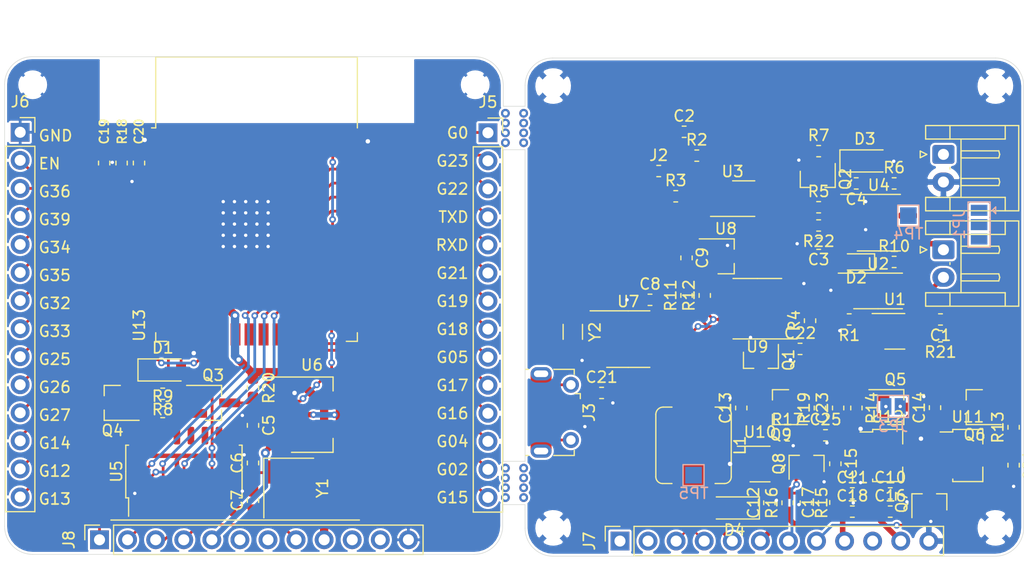
<source format=kicad_pcb>
(kicad_pcb (version 20171130) (host pcbnew "(5.1.8)-1")
  (layers (0 F.Cu signal) (31 B.Cu signal) (34 B.Paste user) (35 F.Paste user) (36 B.SilkS user hide) (37 F.SilkS user hide) (38 B.Mask user) (39 F.Mask user) (44 Edge.Cuts user))
  (net 0 "")
  (net 1 "Net-(C1-Pad1)")
  (net 2 GND)
  (net 3 "/MCU Module/IO36")
  (net 4 "/MCU Module/IO39")
  (net 5 "/MCU Module/IO34")
  (net 6 "/MCU Module/IO35")
  (net 7 /~SMBALERT)
  (net 8 "/MCU Module/IO33")
  (net 9 "/MCU Module/IO25")
  (net 10 "/MCU Module/IO26")
  (net 11 "/MCU Module/IO27")
  (net 12 "/MCU Module/IO14")
  (net 13 "/MCU Module/IO15")
  (net 14 "/MCU Module/IO4")
  (net 15 "/MCU Module/IO16")
  (net 16 "/MCU Module/IO17")
  (net 17 "/MCU Module/IO5")
  (net 18 "/MCU Module/IO18")
  (net 19 "/MCU Module/IO19")
  (net 20 "/MCU Module/IO23")
  (net 21 "/MCU Module/IO0")
  (net 22 "Net-(Q1-Pad1)")
  (net 23 "Net-(U1-Pad4)")
  (net 24 "Net-(Q3-Pad2)")
  (net 25 "Net-(R3-Pad1)")
  (net 26 "Net-(U3-Pad4)")
  (net 27 /3v3)
  (net 28 "Net-(C1-Pad2)")
  (net 29 "/Battery Module/VBAT")
  (net 30 "/Charger I/O/VCHARGE")
  (net 31 "Net-(C4-Pad2)")
  (net 32 "/MCU Module/3v3FTDI")
  (net 33 "Net-(C6-Pad1)")
  (net 34 "Net-(C7-Pad1)")
  (net 35 "/RTC and Cut-Off Module/V_I2C")
  (net 36 /3v3_MCU_1)
  (net 37 /5v)
  (net 38 "Net-(C13-Pad1)")
  (net 39 "Net-(C14-Pad1)")
  (net 40 "Net-(C15-Pad1)")
  (net 41 "/MCU Module/RST")
  (net 42 /3v3_MCU_2)
  (net 43 /VBUS_1)
  (net 44 INT_IO)
  (net 45 "Net-(C24-Pad1)")
  (net 46 "Net-(C25-Pad1)")
  (net 47 "Net-(D1-Pad1)")
  (net 48 "Net-(D2-Pad1)")
  (net 49 "Net-(D4-Pad2)")
  (net 50 "Net-(J2-Pad1)")
  (net 51 "Net-(J3-Pad6)")
  (net 52 "Net-(J3-Pad4)")
  (net 53 "Net-(J4-Pad1)")
  (net 54 "/MCU Module/IO2")
  (net 55 /SDA_2)
  (net 56 "/MCU Module/RX")
  (net 57 "/MCU Module/TX")
  (net 58 /SCL_2)
  (net 59 /EN_5v)
  (net 60 /EN_3v3)
  (net 61 3v3_EN)
  (net 62 5V_EN)
  (net 63 /SDA_1)
  (net 64 /SCL_1)
  (net 65 "Net-(J8-Pad10)")
  (net 66 /VBUS_2)
  (net 67 "Net-(Q3-Pad1)")
  (net 68 "Net-(Q4-Pad2)")
  (net 69 "Net-(Q4-Pad1)")
  (net 70 "Net-(R1-Pad1)")
  (net 71 "Net-(R2-Pad1)")
  (net 72 "Net-(R4-Pad2)")
  (net 73 "Net-(R22-Pad2)")
  (net 74 CH_DIS)
  (net 75 "/Charging Module/STDBY")
  (net 76 "Net-(R15-Pad1)")
  (net 77 "Net-(R17-Pad1)")
  (net 78 "Net-(R22-Pad1)")
  (net 79 "Net-(TP4-Pad1)")
  (net 80 "Net-(U1-Pad3)")
  (net 81 "Net-(U1-Pad1)")
  (net 82 "Net-(U2-Pad8)")
  (net 83 "Net-(U2-Pad1)")
  (net 84 "Net-(U5-Pad15)")
  (net 85 "Net-(U5-Pad12)")
  (net 86 "Net-(U5-Pad11)")
  (net 87 "Net-(U5-Pad10)")
  (net 88 "Net-(U5-Pad9)")
  (net 89 "Net-(U7-Pad7)")
  (net 90 "Net-(U7-Pad2)")
  (net 91 "Net-(U7-Pad1)")
  (net 92 exp7)
  (net 93 exp6)
  (net 94 exp5)
  (net 95 exp4)
  (net 96 "Net-(U13-Pad32)")
  (net 97 "Net-(U13-Pad22)")
  (net 98 "Net-(U13-Pad21)")
  (net 99 "Net-(U13-Pad20)")
  (net 100 "Net-(U13-Pad19)")
  (net 101 "Net-(U13-Pad18)")
  (net 102 "Net-(U13-Pad17)")
  (net 103 "Net-(J7-Pad10)")
  (net 104 "Net-(J8-Pad6)")
  (net 105 /D1+)
  (net 106 /D1-)
  (net 107 /D2-)
  (net 108 /D2+)
  (module Crystal:Crystal_SMD_3215-2Pin_3.2x1.5mm (layer F.Cu) (at 153.035 101.199 270)
    (fp_text reference Y2 (at 0 -2 90) (layer F.SilkS))
    (fp_text value 32.768KHz)
    (pad 2 smd rect (at -1.25 0 270) (size 1 1.8) (layers F.Cu F.Paste F.Mask) (net 91 "Net-(U7-Pad1)"))
    (pad 1 smd rect (at 1.25 0 270) (size 1 1.8) (layers F.Cu F.Paste F.Mask) (net 90 "Net-(U7-Pad2)"))
  )
  (module Crystal:Crystal_SMD_3225-4Pin_3.2x2.5mm_HandSoldering (layer F.Cu) (at 127.3372 115.3392 270)
    (fp_text reference Y1 (at 0 -3.05 90) (layer F.SilkS))
    (fp_text value 12MHZ)
    (pad 4 smd rect (at -1.45 -1.15 270) (size 2.1 1.8) (layers F.Cu F.Paste F.Mask))
    (pad 3 smd rect (at 1.45 -1.15 270) (size 2.1 1.8) (layers F.Cu F.Paste F.Mask))
    (pad 2 smd rect (at 1.45 1.15 270) (size 2.1 1.8) (layers F.Cu F.Paste F.Mask) (net 34 "Net-(C7-Pad1)"))
    (pad 1 smd rect (at -1.45 1.15 270) (size 2.1 1.8) (layers F.Cu F.Paste F.Mask) (net 33 "Net-(C6-Pad1)"))
  )
  (module RF_Module:ESP32-WROOM-32 (layer F.Cu) (at 124.4256 92.1766)
    (fp_text reference U13 (at -10.61 8.43 90) (layer F.SilkS))
    (fp_text value ESP32-WROOM32)
    (pad 38 smd rect (at 8.5 -8.255) (size 2 0.9) (layers F.Cu F.Paste F.Mask) (net 2 GND))
    (pad 37 smd rect (at 8.5 -6.985) (size 2 0.9) (layers F.Cu F.Paste F.Mask) (net 20 "/MCU Module/IO23"))
    (pad 36 smd rect (at 8.5 -5.715) (size 2 0.9) (layers F.Cu F.Paste F.Mask) (net 58 /SCL_2))
    (pad 35 smd rect (at 8.5 -4.445) (size 2 0.9) (layers F.Cu F.Paste F.Mask) (net 57 "/MCU Module/TX"))
    (pad 34 smd rect (at 8.5 -3.175) (size 2 0.9) (layers F.Cu F.Paste F.Mask) (net 56 "/MCU Module/RX"))
    (pad 33 smd rect (at 8.5 -1.905) (size 2 0.9) (layers F.Cu F.Paste F.Mask) (net 55 /SDA_2))
    (pad 32 smd rect (at 8.5 -0.635) (size 2 0.9) (layers F.Cu F.Paste F.Mask) (net 96 "Net-(U13-Pad32)"))
    (pad 31 smd rect (at 8.5 0.635) (size 2 0.9) (layers F.Cu F.Paste F.Mask) (net 19 "/MCU Module/IO19"))
    (pad 30 smd rect (at 8.5 1.905) (size 2 0.9) (layers F.Cu F.Paste F.Mask) (net 18 "/MCU Module/IO18"))
    (pad 29 smd rect (at 8.5 3.175) (size 2 0.9) (layers F.Cu F.Paste F.Mask) (net 17 "/MCU Module/IO5"))
    (pad 28 smd rect (at 8.5 4.445) (size 2 0.9) (layers F.Cu F.Paste F.Mask) (net 16 "/MCU Module/IO17"))
    (pad 27 smd rect (at 8.5 5.715) (size 2 0.9) (layers F.Cu F.Paste F.Mask) (net 15 "/MCU Module/IO16"))
    (pad 26 smd rect (at 8.5 6.985) (size 2 0.9) (layers F.Cu F.Paste F.Mask) (net 14 "/MCU Module/IO4"))
    (pad 25 smd rect (at 8.5 8.255) (size 2 0.9) (layers F.Cu F.Paste F.Mask) (net 21 "/MCU Module/IO0"))
    (pad 24 smd rect (at 5.715 9.255 90) (size 2 0.9) (layers F.Cu F.Paste F.Mask) (net 54 "/MCU Module/IO2"))
    (pad 23 smd rect (at 4.445 9.255 90) (size 2 0.9) (layers F.Cu F.Paste F.Mask) (net 13 "/MCU Module/IO15"))
    (pad 22 smd rect (at 3.175 9.255 90) (size 2 0.9) (layers F.Cu F.Paste F.Mask) (net 97 "Net-(U13-Pad22)"))
    (pad 21 smd rect (at 1.905 9.255 90) (size 2 0.9) (layers F.Cu F.Paste F.Mask) (net 98 "Net-(U13-Pad21)"))
    (pad 20 smd rect (at 0.635 9.255 90) (size 2 0.9) (layers F.Cu F.Paste F.Mask) (net 99 "Net-(U13-Pad20)"))
    (pad 19 smd rect (at -0.635 9.255 90) (size 2 0.9) (layers F.Cu F.Paste F.Mask) (net 100 "Net-(U13-Pad19)"))
    (pad 18 smd rect (at -1.905 9.255 90) (size 2 0.9) (layers F.Cu F.Paste F.Mask) (net 101 "Net-(U13-Pad18)"))
    (pad 17 smd rect (at -3.175 9.255 90) (size 2 0.9) (layers F.Cu F.Paste F.Mask) (net 102 "Net-(U13-Pad17)"))
    (pad 16 smd rect (at -4.445 9.255 90) (size 2 0.9) (layers F.Cu F.Paste F.Mask) (net 59 /EN_5v))
    (pad 15 smd rect (at -5.715 9.255 90) (size 2 0.9) (layers F.Cu F.Paste F.Mask) (net 2 GND))
    (pad 14 smd rect (at -8.5 8.255) (size 2 0.9) (layers F.Cu F.Paste F.Mask) (net 60 /EN_3v3))
    (pad 13 smd rect (at -8.5 6.985) (size 2 0.9) (layers F.Cu F.Paste F.Mask) (net 12 "/MCU Module/IO14"))
    (pad 12 smd rect (at -8.5 5.715) (size 2 0.9) (layers F.Cu F.Paste F.Mask) (net 11 "/MCU Module/IO27"))
    (pad 11 smd rect (at -8.5 4.445) (size 2 0.9) (layers F.Cu F.Paste F.Mask) (net 10 "/MCU Module/IO26"))
    (pad 10 smd rect (at -8.5 3.175) (size 2 0.9) (layers F.Cu F.Paste F.Mask) (net 9 "/MCU Module/IO25"))
    (pad 9 smd rect (at -8.5 1.905) (size 2 0.9) (layers F.Cu F.Paste F.Mask) (net 8 "/MCU Module/IO33"))
    (pad 8 smd rect (at -8.5 0.635) (size 2 0.9) (layers F.Cu F.Paste F.Mask) (net 7 /~SMBALERT))
    (pad 7 smd rect (at -8.5 -0.635) (size 2 0.9) (layers F.Cu F.Paste F.Mask) (net 6 "/MCU Module/IO35"))
    (pad 6 smd rect (at -8.5 -1.905) (size 2 0.9) (layers F.Cu F.Paste F.Mask) (net 5 "/MCU Module/IO34"))
    (pad 5 smd rect (at -8.5 -3.175) (size 2 0.9) (layers F.Cu F.Paste F.Mask) (net 4 "/MCU Module/IO39"))
    (pad 4 smd rect (at -8.5 -4.445) (size 2 0.9) (layers F.Cu F.Paste F.Mask) (net 3 "/MCU Module/IO36"))
    (pad 3 smd rect (at -8.5 -5.715) (size 2 0.9) (layers F.Cu F.Paste F.Mask) (net 41 "/MCU Module/RST"))
    (pad 2 smd rect (at -8.5 -6.985) (size 2 0.9) (layers F.Cu F.Paste F.Mask) (net 42 /3v3_MCU_2))
    (pad 1 smd rect (at -8.5 -8.255) (size 2 0.9) (layers F.Cu F.Paste F.Mask) (net 2 GND))
    (pad 39 smd rect (at -1 -0.755) (size 5 5) (layers F.Cu F.Paste F.Mask) (net 2 GND))
  )
  (module Package_TO_SOT_SMD:SOT-89-3_Handsoldering (layer F.Cu) (at 181.22 112.395)
    (fp_text reference U12 (at 0.3 -3.5) (layer F.SilkS))
    (fp_text value ME6210A33P)
    (pad 2 smd custom (at -2.0625 0) (size 2.475 0.9) (layers F.Cu F.Paste F.Mask) (net 40 "Net-(C15-Pad1)") (options (clearance outline) (anchor rect)) (primitives (gr_poly (pts (xy 1.2375 -0.8665) (xy 5.3625 -0.8665) (xy 5.3625 0.8665) (xy 1.2375 0.8665)) (width 0))))
    (pad 3 smd rect (at -2.15 1.5) (size 2.3 0.9) (layers F.Cu F.Paste F.Mask) (net 36 /3v3_MCU_1))
    (pad 1 smd rect (at -2.15 -1.5) (size 2.3 0.9) (layers F.Cu F.Paste F.Mask) (net 2 GND))
  )
  (module Package_TO_SOT_SMD:SOT-89-3_Handsoldering (layer F.Cu) (at 188.468 112.395)
    (fp_text reference U11 (at 0.3 -3.5) (layer F.SilkS))
    (fp_text value ME6210A33P)
    (pad 2 smd custom (at -2.0625 0) (size 2.475 0.9) (layers F.Cu F.Paste F.Mask) (net 39 "Net-(C14-Pad1)") (options (clearance outline) (anchor rect)) (primitives (gr_poly (pts (xy 1.2375 -0.8665) (xy 5.3625 -0.8665) (xy 5.3625 0.8665) (xy 1.2375 0.8665)) (width 0))))
    (pad 3 smd rect (at -2.15 1.5) (size 2.3 0.9) (layers F.Cu F.Paste F.Mask) (net 27 /3v3))
    (pad 1 smd rect (at -2.15 -1.5) (size 2.3 0.9) (layers F.Cu F.Paste F.Mask) (net 2 GND))
  )
  (module Package_TO_SOT_SMD:SOT-23-6_Handsoldering (layer F.Cu) (at 169.973 113.1672)
    (fp_text reference U10 (at 0 -2.9) (layer F.SilkS))
    (fp_text value FP6291LR)
    (pad 5 smd rect (at 1.35 0) (size 1.56 0.65) (layers F.Cu F.Paste F.Mask) (net 38 "Net-(C13-Pad1)"))
    (pad 6 smd rect (at 1.35 -0.95) (size 1.56 0.65) (layers F.Cu F.Paste F.Mask) (net 77 "Net-(R17-Pad1)"))
    (pad 4 smd rect (at 1.35 0.95) (size 1.56 0.65) (layers F.Cu F.Paste F.Mask) (net 38 "Net-(C13-Pad1)"))
    (pad 3 smd rect (at -1.35 0.95) (size 1.56 0.65) (layers F.Cu F.Paste F.Mask) (net 76 "Net-(R15-Pad1)"))
    (pad 2 smd rect (at -1.35 0) (size 1.56 0.65) (layers F.Cu F.Paste F.Mask) (net 2 GND))
    (pad 1 smd rect (at -1.35 -0.95) (size 1.56 0.65) (layers F.Cu F.Paste F.Mask) (net 49 "Net-(D4-Pad2)"))
  )
  (module Package_SO:TSSOP-16_4.4x5mm_P0.65mm (layer F.Cu) (at 169.7305 99.101 180)
    (fp_text reference U9 (at 0 -3.45) (layer F.SilkS))
    (fp_text value TCA6408A)
    (pad 16 smd roundrect (at 2.8625 -2.275 180) (size 1.475 0.4) (layers F.Cu F.Paste F.Mask) (net 35 "/RTC and Cut-Off Module/V_I2C"))
    (pad 15 smd roundrect (at 2.8625 -1.625 180) (size 1.475 0.4) (layers F.Cu F.Paste F.Mask) (net 63 /SDA_1))
    (pad 14 smd roundrect (at 2.8625 -0.975 180) (size 1.475 0.4) (layers F.Cu F.Paste F.Mask) (net 64 /SCL_1))
    (pad 13 smd roundrect (at 2.8625 -0.325 180) (size 1.475 0.4) (layers F.Cu F.Paste F.Mask) (net 44 INT_IO))
    (pad 12 smd roundrect (at 2.8625 0.325 180) (size 1.475 0.4) (layers F.Cu F.Paste F.Mask) (net 92 exp7))
    (pad 11 smd roundrect (at 2.8625 0.975 180) (size 1.475 0.4) (layers F.Cu F.Paste F.Mask) (net 93 exp6))
    (pad 10 smd roundrect (at 2.8625 1.625 180) (size 1.475 0.4) (layers F.Cu F.Paste F.Mask) (net 94 exp5))
    (pad 9 smd roundrect (at 2.8625 2.275 180) (size 1.475 0.4) (layers F.Cu F.Paste F.Mask) (net 95 exp4))
    (pad 8 smd roundrect (at -2.8625 2.275 180) (size 1.475 0.4) (layers F.Cu F.Paste F.Mask) (net 2 GND))
    (pad 7 smd roundrect (at -2.8625 1.625 180) (size 1.475 0.4) (layers F.Cu F.Paste F.Mask) (net 74 CH_DIS))
    (pad 6 smd roundrect (at -2.8625 0.975 180) (size 1.475 0.4) (layers F.Cu F.Paste F.Mask) (net 62 5V_EN))
    (pad 5 smd roundrect (at -2.8625 0.325 180) (size 1.475 0.4) (layers F.Cu F.Paste F.Mask) (net 61 3v3_EN))
    (pad 4 smd roundrect (at -2.8625 -0.325 180) (size 1.475 0.4) (layers F.Cu F.Paste F.Mask) (net 22 "Net-(Q1-Pad1)"))
    (pad 3 smd roundrect (at -2.8625 -0.975 180) (size 1.475 0.4) (layers F.Cu F.Paste F.Mask) (net 72 "Net-(R4-Pad2)"))
    (pad 2 smd roundrect (at -2.8625 -1.625 180) (size 1.475 0.4) (layers F.Cu F.Paste F.Mask) (net 35 "/RTC and Cut-Off Module/V_I2C"))
    (pad 1 smd roundrect (at -2.8625 -2.275 180) (size 1.475 0.4) (layers F.Cu F.Paste F.Mask) (net 35 "/RTC and Cut-Off Module/V_I2C"))
  )
  (module Package_TO_SOT_SMD:SOT-23_Handsoldering (layer F.Cu) (at 166.878 94.361)
    (fp_text reference U8 (at 0 -2.5) (layer F.SilkS))
    (fp_text value XC6206P332MR)
    (pad 3 smd rect (at 1.5 0) (size 1.9 0.8) (layers F.Cu F.Paste F.Mask) (net 29 "/Battery Module/VBAT"))
    (pad 2 smd rect (at -1.5 0.95) (size 1.9 0.8) (layers F.Cu F.Paste F.Mask) (net 35 "/RTC and Cut-Off Module/V_I2C"))
    (pad 1 smd rect (at -1.5 -0.95) (size 1.9 0.8) (layers F.Cu F.Paste F.Mask) (net 2 GND))
  )
  (module Package_SO:SOIC-8_3.9x4.9mm_P1.27mm (layer F.Cu) (at 158.053 101.854)
    (fp_text reference U7 (at 0 -3.4) (layer F.SilkS))
    (fp_text value PCF8563T)
    (pad 8 smd roundrect (at 2.475 -1.905) (size 1.95 0.6) (layers F.Cu F.Paste F.Mask) (net 29 "/Battery Module/VBAT"))
    (pad 7 smd roundrect (at 2.475 -0.635) (size 1.95 0.6) (layers F.Cu F.Paste F.Mask) (net 89 "Net-(U7-Pad7)"))
    (pad 6 smd roundrect (at 2.475 0.635) (size 1.95 0.6) (layers F.Cu F.Paste F.Mask) (net 64 /SCL_1))
    (pad 5 smd roundrect (at 2.475 1.905) (size 1.95 0.6) (layers F.Cu F.Paste F.Mask) (net 63 /SDA_1))
    (pad 4 smd roundrect (at -2.475 1.905) (size 1.95 0.6) (layers F.Cu F.Paste F.Mask) (net 2 GND))
    (pad 3 smd roundrect (at -2.475 0.635) (size 1.95 0.6) (layers F.Cu F.Paste F.Mask) (net 44 INT_IO))
    (pad 2 smd roundrect (at -2.475 -0.635) (size 1.95 0.6) (layers F.Cu F.Paste F.Mask) (net 90 "Net-(U7-Pad2)"))
    (pad 1 smd roundrect (at -2.475 -1.905) (size 1.95 0.6) (layers F.Cu F.Paste F.Mask) (net 91 "Net-(U7-Pad1)"))
  )
  (module Package_TO_SOT_SMD:SOT-223-3_TabPin2 (layer F.Cu) (at 129.4388 108.698)
    (fp_text reference U6 (at 0 -4.5) (layer F.SilkS))
    (fp_text value AMS1117-3.3)
    (pad 1 smd rect (at -3.15 -2.3) (size 2 1.5) (layers F.Cu F.Paste F.Mask) (net 2 GND))
    (pad 3 smd rect (at -3.15 2.3) (size 2 1.5) (layers F.Cu F.Paste F.Mask) (net 66 /VBUS_2))
    (pad 2 smd rect (at -3.15 0) (size 2 1.5) (layers F.Cu F.Paste F.Mask) (net 32 "/MCU Module/3v3FTDI"))
    (pad 2 smd rect (at 3.15 0) (size 2 3.8) (layers F.Cu F.Paste F.Mask) (net 32 "/MCU Module/3v3FTDI"))
  )
  (module Package_SO:SOP-16_4.55x10.3mm_P1.27mm (layer F.Cu) (at 117.856 113.844 90)
    (fp_text reference U5 (at 0 -6.1 90) (layer F.SilkS))
    (fp_text value CH340G)
    (pad 16 smd roundrect (at 3.25 -4.445 90) (size 1.6 0.6) (layers F.Cu F.Paste F.Mask) (net 32 "/MCU Module/3v3FTDI"))
    (pad 15 smd roundrect (at 3.25 -3.175 90) (size 1.6 0.6) (layers F.Cu F.Paste F.Mask) (net 84 "Net-(U5-Pad15)"))
    (pad 14 smd roundrect (at 3.25 -1.905 90) (size 1.6 0.6) (layers F.Cu F.Paste F.Mask) (net 68 "Net-(Q4-Pad2)"))
    (pad 13 smd roundrect (at 3.25 -0.635 90) (size 1.6 0.6) (layers F.Cu F.Paste F.Mask) (net 24 "Net-(Q3-Pad2)"))
    (pad 12 smd roundrect (at 3.25 0.635 90) (size 1.6 0.6) (layers F.Cu F.Paste F.Mask) (net 85 "Net-(U5-Pad12)"))
    (pad 11 smd roundrect (at 3.25 1.905 90) (size 1.6 0.6) (layers F.Cu F.Paste F.Mask) (net 86 "Net-(U5-Pad11)"))
    (pad 10 smd roundrect (at 3.25 3.175 90) (size 1.6 0.6) (layers F.Cu F.Paste F.Mask) (net 87 "Net-(U5-Pad10)"))
    (pad 9 smd roundrect (at 3.25 4.445 90) (size 1.6 0.6) (layers F.Cu F.Paste F.Mask) (net 88 "Net-(U5-Pad9)"))
    (pad 8 smd roundrect (at -3.25 4.445 90) (size 1.6 0.6) (layers F.Cu F.Paste F.Mask) (net 34 "Net-(C7-Pad1)"))
    (pad 7 smd roundrect (at -3.25 3.175 90) (size 1.6 0.6) (layers F.Cu F.Paste F.Mask) (net 33 "Net-(C6-Pad1)"))
    (pad 6 smd roundrect (at -3.25 1.905 90) (size 1.6 0.6) (layers F.Cu F.Paste F.Mask) (net 107 /D2-))
    (pad 5 smd roundrect (at -3.25 0.635 90) (size 1.6 0.6) (layers F.Cu F.Paste F.Mask) (net 108 /D2+))
    (pad 4 smd roundrect (at -3.25 -0.635 90) (size 1.6 0.6) (layers F.Cu F.Paste F.Mask) (net 32 "/MCU Module/3v3FTDI"))
    (pad 3 smd roundrect (at -3.25 -1.905 90) (size 1.6 0.6) (layers F.Cu F.Paste F.Mask) (net 57 "/MCU Module/TX"))
    (pad 2 smd roundrect (at -3.25 -3.175 90) (size 1.6 0.6) (layers F.Cu F.Paste F.Mask) (net 56 "/MCU Module/RX"))
    (pad 1 smd roundrect (at -3.25 -4.445 90) (size 1.6 0.6) (layers F.Cu F.Paste F.Mask) (net 2 GND))
  )
  (module Package_SO:SOP-8_3.9x4.9mm_P1.27mm (layer F.Cu) (at 180.721 91.313)
    (fp_text reference U4 (at 0 -3.4) (layer F.SilkS))
    (fp_text value TP4056)
    (pad 8 smd roundrect (at 2.625 -1.905) (size 1.65 0.6) (layers F.Cu F.Paste F.Mask) (net 74 CH_DIS))
    (pad 7 smd roundrect (at 2.625 -0.635) (size 1.65 0.6) (layers F.Cu F.Paste F.Mask) (net 79 "Net-(TP4-Pad1)"))
    (pad 6 smd roundrect (at 2.625 0.635) (size 1.65 0.6) (layers F.Cu F.Paste F.Mask) (net 75 "/Charging Module/STDBY"))
    (pad 5 smd roundrect (at 2.625 1.905) (size 1.65 0.6) (layers F.Cu F.Paste F.Mask) (net 29 "/Battery Module/VBAT"))
    (pad 4 smd roundrect (at -2.625 1.905) (size 1.65 0.6) (layers F.Cu F.Paste F.Mask) (net 30 "/Charger I/O/VCHARGE"))
    (pad 3 smd roundrect (at -2.625 0.635) (size 1.65 0.6) (layers F.Cu F.Paste F.Mask) (net 2 GND))
    (pad 2 smd roundrect (at -2.625 -0.635) (size 1.65 0.6) (layers F.Cu F.Paste F.Mask) (net 78 "Net-(R22-Pad1)"))
    (pad 1 smd roundrect (at -2.625 -1.905) (size 1.65 0.6) (layers F.Cu F.Paste F.Mask) (net 2 GND))
  )
  (module Package_DFN_QFN:WDFN-8-1EP_4x3mm_P0.65mm_EP2.4x1.8mm (layer F.Cu) (at 167.4944 89.1344)
    (fp_text reference U3 (at 0 -2.45) (layer F.SilkS))
    (fp_text value LC709203FQH)
    (pad 9 smd rect (at 0 0) (size 2.4 1.8) (layers F.Cu F.Mask))
    (pad 8 smd roundrect (at 1.9 -0.975) (size 0.9 0.25) (layers F.Cu F.Paste F.Mask) (net 64 /SCL_1))
    (pad 7 smd roundrect (at 1.9 -0.325) (size 0.9 0.25) (layers F.Cu F.Paste F.Mask) (net 63 /SDA_1))
    (pad 6 smd roundrect (at 1.9 0.325) (size 0.9 0.25) (layers F.Cu F.Paste F.Mask) (net 71 "Net-(R2-Pad1)"))
    (pad 5 smd roundrect (at 1.9 0.975) (size 0.9 0.25) (layers F.Cu F.Paste F.Mask) (net 25 "Net-(R3-Pad1)"))
    (pad 4 smd roundrect (at -1.9 0.975) (size 0.9 0.25) (layers F.Cu F.Paste F.Mask) (net 26 "Net-(U3-Pad4)"))
    (pad 3 smd roundrect (at -1.9 0.325) (size 0.9 0.25) (layers F.Cu F.Paste F.Mask) (net 29 "/Battery Module/VBAT"))
    (pad 2 smd roundrect (at -1.9 -0.325) (size 0.9 0.25) (layers F.Cu F.Paste F.Mask) (net 2 GND))
    (pad 1 smd roundrect (at -1.9 -0.975) (size 0.9 0.25) (layers F.Cu F.Paste F.Mask) (net 2 GND))
  )
  (module Package_SO:TSSOP-8_4.4x3mm_P0.65mm (layer F.Cu) (at 180.6525 97.495)
    (fp_text reference U2 (at 0 -2.45) (layer F.SilkS))
    (fp_text value FS8205A)
    (pad 8 smd roundrect (at 2.8625 -0.975) (size 1.475 0.4) (layers F.Cu F.Paste F.Mask) (net 82 "Net-(U2-Pad8)"))
    (pad 7 smd roundrect (at 2.8625 -0.325) (size 1.475 0.4) (layers F.Cu F.Paste F.Mask) (net 28 "Net-(C1-Pad2)"))
    (pad 6 smd roundrect (at 2.8625 0.325) (size 1.475 0.4) (layers F.Cu F.Paste F.Mask) (net 28 "Net-(C1-Pad2)"))
    (pad 5 smd roundrect (at 2.8625 0.975) (size 1.475 0.4) (layers F.Cu F.Paste F.Mask) (net 81 "Net-(U1-Pad1)"))
    (pad 4 smd roundrect (at -2.8625 0.975) (size 1.475 0.4) (layers F.Cu F.Paste F.Mask) (net 80 "Net-(U1-Pad3)"))
    (pad 3 smd roundrect (at -2.8625 0.325) (size 1.475 0.4) (layers F.Cu F.Paste F.Mask) (net 2 GND))
    (pad 2 smd roundrect (at -2.8625 -0.325) (size 1.475 0.4) (layers F.Cu F.Paste F.Mask) (net 2 GND))
    (pad 1 smd roundrect (at -2.8625 -0.975) (size 1.475 0.4) (layers F.Cu F.Paste F.Mask) (net 83 "Net-(U2-Pad1)"))
  )
  (module Package_TO_SOT_SMD:SOT-23-6_Handsoldering (layer F.Cu) (at 182.165 101.153)
    (fp_text reference U1 (at 0 -2.9) (layer F.SilkS))
    (fp_text value FS312F-G)
    (pad 5 smd rect (at 1.35 0) (size 1.56 0.65) (layers F.Cu F.Paste F.Mask) (net 1 "Net-(C1-Pad1)"))
    (pad 6 smd rect (at 1.35 -0.95) (size 1.56 0.65) (layers F.Cu F.Paste F.Mask) (net 28 "Net-(C1-Pad2)"))
    (pad 4 smd rect (at 1.35 0.95) (size 1.56 0.65) (layers F.Cu F.Paste F.Mask) (net 23 "Net-(U1-Pad4)"))
    (pad 3 smd rect (at -1.35 0.95) (size 1.56 0.65) (layers F.Cu F.Paste F.Mask) (net 80 "Net-(U1-Pad3)"))
    (pad 2 smd rect (at -1.35 0) (size 1.56 0.65) (layers F.Cu F.Paste F.Mask) (net 70 "Net-(R1-Pad1)"))
    (pad 1 smd rect (at -1.35 -0.95) (size 1.56 0.65) (layers F.Cu F.Paste F.Mask) (net 81 "Net-(U1-Pad1)"))
  )
  (module TestPoint:TestPoint_Pad_1.5x1.5mm (layer B.Cu) (at 163.957 114.173)
    (fp_text reference TP5 (at 0 1.648) (layer B.SilkS) (effects (justify mirror)))
    (fp_text value TestPoint)
    (pad 1 smd rect (at 0 0) (size 1.5 1.5) (layers B.Cu B.Mask) (net 49 "Net-(D4-Pad2)"))
  )
  (module TestPoint:TestPoint_Pad_1.5x1.5mm (layer B.Cu) (at 183.388 90.678)
    (fp_text reference TP4 (at 0 1.648) (layer B.SilkS) (effects (justify mirror)))
    (fp_text value TestPoint)
    (pad 1 smd rect (at 0 0) (size 1.5 1.5) (layers B.Cu B.Mask) (net 79 "Net-(TP4-Pad1)"))
  )
  (module Resistor_SMD:R_0603_1608Metric_Pad1.05x0.95mm_HandSolder (layer F.Cu) (at 175.274 91.567 180)
    (fp_text reference R22 (at 0 -1.43) (layer F.SilkS))
    (fp_text value 1k)
    (pad 2 smd roundrect (at 0.875 0 180) (size 1.05 0.95) (layers F.Cu F.Paste F.Mask) (net 73 "Net-(R22-Pad2)"))
    (pad 1 smd roundrect (at -0.875 0 180) (size 1.05 0.95) (layers F.Cu F.Paste F.Mask) (net 78 "Net-(R22-Pad1)"))
  )
  (module Resistor_SMD:R_0603_1608Metric_Pad1.05x0.95mm_HandSolder (layer F.Cu) (at 186.295 101.6 180)
    (fp_text reference R21 (at 0 -1.43) (layer F.SilkS))
    (fp_text value 100)
    (pad 2 smd roundrect (at 0.875 0 180) (size 1.05 0.95) (layers F.Cu F.Paste F.Mask) (net 1 "Net-(C1-Pad1)"))
    (pad 1 smd roundrect (at -0.875 0 180) (size 1.05 0.95) (layers F.Cu F.Paste F.Mask) (net 29 "/Battery Module/VBAT"))
  )
  (module Resistor_SMD:R_0603_1608Metric_Pad1.05x0.95mm_HandSolder (layer F.Cu) (at 124.1044 106.2622 270)
    (fp_text reference R20 (at 0 -1.43 90) (layer F.SilkS))
    (fp_text value 10k)
    (pad 2 smd roundrect (at 0.875 0 270) (size 1.05 0.95) (layers F.Cu F.Paste F.Mask) (net 21 "/MCU Module/IO0"))
    (pad 1 smd roundrect (at -0.875 0 270) (size 1.05 0.95) (layers F.Cu F.Paste F.Mask) (net 42 /3v3_MCU_2))
  )
  (module Resistor_SMD:R_0603_1608Metric_Pad1.05x0.95mm_HandSolder (layer F.Cu) (at 175.387 108.091 90)
    (fp_text reference R19 (at 0 -1.43 90) (layer F.SilkS))
    (fp_text value 1M)
    (pad 2 smd roundrect (at 0.875 0 90) (size 1.05 0.95) (layers F.Cu F.Paste F.Mask) (net 29 "/Battery Module/VBAT"))
    (pad 1 smd roundrect (at -0.875 0 90) (size 1.05 0.95) (layers F.Cu F.Paste F.Mask) (net 46 "Net-(C25-Pad1)"))
  )
  (module Resistor_SMD:R_0603_1608Metric_Pad1.05x0.95mm_HandSolder (layer F.Cu) (at 112.2172 85.9142 270)
    (fp_text reference R18 (at -2.8562 -0.0508 90) (layer F.SilkS) (effects (font (size 0.8 0.8))))
    (fp_text value 10k)
    (pad 2 smd roundrect (at 0.875 0 270) (size 1.05 0.95) (layers F.Cu F.Paste F.Mask) (net 41 "/MCU Module/RST"))
    (pad 1 smd roundrect (at -0.875 0 270) (size 1.05 0.95) (layers F.Cu F.Paste F.Mask) (net 42 /3v3_MCU_2))
  )
  (module Resistor_SMD:R_0603_1608Metric_Pad1.05x0.95mm_HandSolder (layer F.Cu) (at 172.452 110.5662)
    (fp_text reference R17 (at 0 -1.43) (layer F.SilkS))
    (fp_text value 22k)
    (pad 2 smd roundrect (at 0.875 0) (size 1.05 0.95) (layers F.Cu F.Paste F.Mask) (net 2 GND))
    (pad 1 smd roundrect (at -0.875 0) (size 1.05 0.95) (layers F.Cu F.Paste F.Mask) (net 77 "Net-(R17-Pad1)"))
  )
  (module Resistor_SMD:R_0603_1608Metric_Pad1.05x0.95mm_HandSolder (layer F.Cu) (at 172.466 116.6762 90)
    (fp_text reference R16 (at 0 -1.43 90) (layer F.SilkS))
    (fp_text value 180k)
    (pad 2 smd roundrect (at 0.875 0 90) (size 1.05 0.95) (layers F.Cu F.Paste F.Mask) (net 76 "Net-(R15-Pad1)"))
    (pad 1 smd roundrect (at -0.875 0 90) (size 1.05 0.95) (layers F.Cu F.Paste F.Mask) (net 37 /5v))
  )
  (module Resistor_SMD:R_0603_1608Metric_Pad1.05x0.95mm_HandSolder (layer F.Cu) (at 174.117 116.6762 270)
    (fp_text reference R15 (at 0 -1.43 90) (layer F.SilkS))
    (fp_text value 22k)
    (pad 2 smd roundrect (at 0.875 0 270) (size 1.05 0.95) (layers F.Cu F.Paste F.Mask) (net 2 GND))
    (pad 1 smd roundrect (at -0.875 0 270) (size 1.05 0.95) (layers F.Cu F.Paste F.Mask) (net 76 "Net-(R15-Pad1)"))
  )
  (module Resistor_SMD:R_0603_1608Metric_Pad1.05x0.95mm_HandSolder (layer F.Cu) (at 178.689 108.091 270)
    (fp_text reference R14 (at 0 -1.43 90) (layer F.SilkS))
    (fp_text value 1M)
    (pad 2 smd roundrect (at 0.875 0 270) (size 1.05 0.95) (layers F.Cu F.Paste F.Mask) (net 29 "/Battery Module/VBAT"))
    (pad 1 smd roundrect (at -0.875 0 270) (size 1.05 0.95) (layers F.Cu F.Paste F.Mask) (net 44 INT_IO))
  )
  (module Resistor_SMD:R_0603_1608Metric_Pad1.05x0.95mm_HandSolder (layer F.Cu) (at 192.913 109.841 90)
    (fp_text reference R13 (at 0 -1.43 90) (layer F.SilkS))
    (fp_text value 1M)
    (pad 2 smd roundrect (at 0.875 0 90) (size 1.05 0.95) (layers F.Cu F.Paste F.Mask) (net 29 "/Battery Module/VBAT"))
    (pad 1 smd roundrect (at -0.875 0 90) (size 1.05 0.95) (layers F.Cu F.Paste F.Mask) (net 45 "Net-(C24-Pad1)"))
  )
  (module Resistor_SMD:R_0603_1608Metric_Pad1.05x0.95mm_HandSolder (layer F.Cu) (at 164.973 97.903 90)
    (fp_text reference R12 (at 0 -1.43 90) (layer F.SilkS))
    (fp_text value 10k)
    (pad 2 smd roundrect (at 0.875 0 90) (size 1.05 0.95) (layers F.Cu F.Paste F.Mask) (net 35 "/RTC and Cut-Off Module/V_I2C"))
    (pad 1 smd roundrect (at -0.875 0 90) (size 1.05 0.95) (layers F.Cu F.Paste F.Mask) (net 64 /SCL_1))
  )
  (module Resistor_SMD:R_0603_1608Metric_Pad1.05x0.95mm_HandSolder (layer F.Cu) (at 163.322 97.903 90)
    (fp_text reference R11 (at 0 -1.43 90) (layer F.SilkS))
    (fp_text value 10k)
    (pad 2 smd roundrect (at 0.875 0 90) (size 1.05 0.95) (layers F.Cu F.Paste F.Mask) (net 35 "/RTC and Cut-Off Module/V_I2C"))
    (pad 1 smd roundrect (at -0.875 0 90) (size 1.05 0.95) (layers F.Cu F.Paste F.Mask) (net 63 /SDA_1))
  )
  (module Resistor_SMD:R_0603_1608Metric_Pad1.05x0.95mm_HandSolder (layer F.Cu) (at 182.104 94.869)
    (fp_text reference R10 (at 0 -1.43) (layer F.SilkS))
    (fp_text value 1k)
    (pad 2 smd roundrect (at 0.875 0) (size 1.05 0.95) (layers F.Cu F.Paste F.Mask) (net 75 "/Charging Module/STDBY"))
    (pad 1 smd roundrect (at -0.875 0) (size 1.05 0.95) (layers F.Cu F.Paste F.Mask) (net 48 "Net-(D2-Pad1)"))
  )
  (module Resistor_SMD:R_0603_1608Metric_Pad1.05x0.95mm_HandSolder (layer F.Cu) (at 115.937 108.458)
    (fp_text reference R9 (at 0 -1.43) (layer F.SilkS))
    (fp_text value 10k)
    (pad 2 smd roundrect (at 0.875 0) (size 1.05 0.95) (layers F.Cu F.Paste F.Mask) (net 24 "Net-(Q3-Pad2)"))
    (pad 1 smd roundrect (at -0.875 0) (size 1.05 0.95) (layers F.Cu F.Paste F.Mask) (net 69 "Net-(Q4-Pad1)"))
  )
  (module Resistor_SMD:R_0603_1608Metric_Pad1.05x0.95mm_HandSolder (layer F.Cu) (at 115.937 106.807 180)
    (fp_text reference R8 (at 0 -1.43) (layer F.SilkS))
    (fp_text value 10k)
    (pad 2 smd roundrect (at 0.875 0 180) (size 1.05 0.95) (layers F.Cu F.Paste F.Mask) (net 68 "Net-(Q4-Pad2)"))
    (pad 1 smd roundrect (at -0.875 0 180) (size 1.05 0.95) (layers F.Cu F.Paste F.Mask) (net 67 "Net-(Q3-Pad1)"))
  )
  (module Resistor_SMD:R_0603_1608Metric_Pad1.05x0.95mm_HandSolder (layer F.Cu) (at 175.274 84.836)
    (fp_text reference R7 (at 0 -1.43) (layer F.SilkS))
    (fp_text value 1M)
    (pad 2 smd roundrect (at 0.875 0) (size 1.05 0.95) (layers F.Cu F.Paste F.Mask) (net 31 "Net-(C4-Pad2)"))
    (pad 1 smd roundrect (at -0.875 0) (size 1.05 0.95) (layers F.Cu F.Paste F.Mask) (net 2 GND))
  )
  (module Resistor_SMD:R_0603_1608Metric_Pad1.05x0.95mm_HandSolder (layer F.Cu) (at 182.104 87.757)
    (fp_text reference R6 (at 0 -1.43) (layer F.SilkS))
    (fp_text value 180k)
    (pad 2 smd roundrect (at 0.875 0) (size 1.05 0.95) (layers F.Cu F.Paste F.Mask) (net 74 CH_DIS))
    (pad 1 smd roundrect (at -0.875 0) (size 1.05 0.95) (layers F.Cu F.Paste F.Mask) (net 29 "/Battery Module/VBAT"))
  )
  (module Resistor_SMD:R_0603_1608Metric_Pad1.05x0.95mm_HandSolder (layer F.Cu) (at 175.274 89.916)
    (fp_text reference R5 (at 0 -1.43) (layer F.SilkS))
    (fp_text value 1k)
    (pad 2 smd roundrect (at 0.875 0) (size 1.05 0.95) (layers F.Cu F.Paste F.Mask) (net 2 GND))
    (pad 1 smd roundrect (at -0.875 0) (size 1.05 0.95) (layers F.Cu F.Paste F.Mask) (net 73 "Net-(R22-Pad2)"))
  )
  (module Resistor_SMD:R_0603_1608Metric_Pad1.05x0.95mm_HandSolder (layer F.Cu) (at 174.498 100.189 90)
    (fp_text reference R4 (at 0 -1.43 90) (layer F.SilkS))
    (fp_text value 180k)
    (pad 2 smd roundrect (at 0.875 0 90) (size 1.05 0.95) (layers F.Cu F.Paste F.Mask) (net 72 "Net-(R4-Pad2)"))
    (pad 1 smd roundrect (at -0.875 0 90) (size 1.05 0.95) (layers F.Cu F.Paste F.Mask) (net 35 "/RTC and Cut-Off Module/V_I2C"))
  )
  (module Resistor_SMD:R_0603_1608Metric_Pad1.05x0.95mm_HandSolder (layer F.Cu) (at 162.3454 88.9254)
    (fp_text reference R3 (at 0 -1.43) (layer F.SilkS))
    (fp_text value 10k)
    (pad 2 smd roundrect (at 0.875 0) (size 1.05 0.95) (layers F.Cu F.Paste F.Mask) (net 50 "Net-(J2-Pad1)"))
    (pad 1 smd roundrect (at -0.875 0) (size 1.05 0.95) (layers F.Cu F.Paste F.Mask) (net 25 "Net-(R3-Pad1)"))
  )
  (module Resistor_SMD:R_0603_1608Metric_Pad1.05x0.95mm_HandSolder (layer F.Cu) (at 164.2504 85.2424)
    (fp_text reference R2 (at 0 -1.43) (layer F.SilkS))
    (fp_text value 100)
    (pad 2 smd roundrect (at 0.875 0) (size 1.05 0.95) (layers F.Cu F.Paste F.Mask) (net 50 "Net-(J2-Pad1)"))
    (pad 1 smd roundrect (at -0.875 0) (size 1.05 0.95) (layers F.Cu F.Paste F.Mask) (net 71 "Net-(R2-Pad1)"))
  )
  (module Resistor_SMD:R_0603_1608Metric_Pad1.05x0.95mm_HandSolder (layer F.Cu) (at 178.04 100.076 180)
    (fp_text reference R1 (at 0 -1.43) (layer F.SilkS))
    (fp_text value 1k)
    (pad 2 smd roundrect (at 0.875 0 180) (size 1.05 0.95) (layers F.Cu F.Paste F.Mask) (net 2 GND))
    (pad 1 smd roundrect (at -0.875 0 180) (size 1.05 0.95) (layers F.Cu F.Paste F.Mask) (net 70 "Net-(R1-Pad1)"))
  )
  (module Package_TO_SOT_SMD:SOT-23_Handsoldering (layer F.Cu) (at 171.855 108.016 180)
    (fp_text reference Q9 (at 0 -2.5) (layer F.SilkS))
    (fp_text value AO3401A)
    (pad 3 smd rect (at 1.5 0 180) (size 1.9 0.8) (layers F.Cu F.Paste F.Mask) (net 38 "Net-(C13-Pad1)"))
    (pad 2 smd rect (at -1.5 0.95 180) (size 1.9 0.8) (layers F.Cu F.Paste F.Mask) (net 29 "/Battery Module/VBAT"))
    (pad 1 smd rect (at -1.5 -0.95 180) (size 1.9 0.8) (layers F.Cu F.Paste F.Mask) (net 46 "Net-(C25-Pad1)"))
  )
  (module Package_TO_SOT_SMD:SOT-23 (layer F.Cu) (at 174.183 113.141 90)
    (fp_text reference Q8 (at 0 -2.5 90) (layer F.SilkS))
    (fp_text value 2N7002)
    (pad 3 smd rect (at 1 0 90) (size 0.9 0.8) (layers F.Cu F.Paste F.Mask) (net 46 "Net-(C25-Pad1)"))
    (pad 2 smd rect (at -1 0.95 90) (size 0.9 0.8) (layers F.Cu F.Paste F.Mask) (net 2 GND))
    (pad 1 smd rect (at -1 -0.95 90) (size 0.9 0.8) (layers F.Cu F.Paste F.Mask) (net 62 5V_EN))
  )
  (module Package_TO_SOT_SMD:SOT-23 (layer F.Cu) (at 185.293 116.6208 90)
    (fp_text reference Q7 (at 0 -2.5 90) (layer F.SilkS))
    (fp_text value 2N7002)
    (pad 3 smd rect (at 1 0 90) (size 0.9 0.8) (layers F.Cu F.Paste F.Mask) (net 45 "Net-(C24-Pad1)"))
    (pad 2 smd rect (at -1 0.95 90) (size 0.9 0.8) (layers F.Cu F.Paste F.Mask) (net 2 GND))
    (pad 1 smd rect (at -1 -0.95 90) (size 0.9 0.8) (layers F.Cu F.Paste F.Mask) (net 61 3v3_EN))
  )
  (module Package_TO_SOT_SMD:SOT-23_Handsoldering (layer F.Cu) (at 189.381 108.016 180)
    (fp_text reference Q6 (at 0 -2.5) (layer F.SilkS))
    (fp_text value AO3401A)
    (pad 3 smd rect (at 1.5 0 180) (size 1.9 0.8) (layers F.Cu F.Paste F.Mask) (net 39 "Net-(C14-Pad1)"))
    (pad 2 smd rect (at -1.5 0.95 180) (size 1.9 0.8) (layers F.Cu F.Paste F.Mask) (net 29 "/Battery Module/VBAT"))
    (pad 1 smd rect (at -1.5 -0.95 180) (size 1.9 0.8) (layers F.Cu F.Paste F.Mask) (net 45 "Net-(C24-Pad1)"))
  )
  (module Package_TO_SOT_SMD:SOT-23_Handsoldering (layer F.Cu) (at 182.221 108.011)
    (fp_text reference Q5 (at 0 -2.5) (layer F.SilkS))
    (fp_text value AO3401A)
    (pad 3 smd rect (at 1.5 0) (size 1.9 0.8) (layers F.Cu F.Paste F.Mask) (net 40 "Net-(C15-Pad1)"))
    (pad 2 smd rect (at -1.5 0.95) (size 1.9 0.8) (layers F.Cu F.Paste F.Mask) (net 29 "/Battery Module/VBAT"))
    (pad 1 smd rect (at -1.5 -0.95) (size 1.9 0.8) (layers F.Cu F.Paste F.Mask) (net 44 INT_IO))
  )
  (module Package_TO_SOT_SMD:SOT-23_Handsoldering (layer F.Cu) (at 111.403 107.63 180)
    (fp_text reference Q4 (at 0 -2.5) (layer F.SilkS))
    (fp_text value S8050)
    (pad 3 smd rect (at 1.5 0 180) (size 1.9 0.8) (layers F.Cu F.Paste F.Mask) (net 47 "Net-(D1-Pad1)"))
    (pad 2 smd rect (at -1.5 0.95 180) (size 1.9 0.8) (layers F.Cu F.Paste F.Mask) (net 68 "Net-(Q4-Pad2)"))
    (pad 1 smd rect (at -1.5 -0.95 180) (size 1.9 0.8) (layers F.Cu F.Paste F.Mask) (net 69 "Net-(Q4-Pad1)"))
  )
  (module Package_TO_SOT_SMD:SOT-23_Handsoldering (layer F.Cu) (at 120.499 107.63)
    (fp_text reference Q3 (at 0 -2.5) (layer F.SilkS))
    (fp_text value S8050)
    (pad 3 smd rect (at 1.5 0) (size 1.9 0.8) (layers F.Cu F.Paste F.Mask) (net 21 "/MCU Module/IO0"))
    (pad 2 smd rect (at -1.5 0.95) (size 1.9 0.8) (layers F.Cu F.Paste F.Mask) (net 24 "Net-(Q3-Pad2)"))
    (pad 1 smd rect (at -1.5 -0.95) (size 1.9 0.8) (layers F.Cu F.Paste F.Mask) (net 67 "Net-(Q3-Pad1)"))
  )
  (module Package_TO_SOT_SMD:SOT-23 (layer F.Cu) (at 175.194 87.36 270)
    (fp_text reference Q2 (at 0 -2.5 90) (layer F.SilkS))
    (fp_text value 2N7002)
    (pad 3 smd rect (at 1 0 270) (size 0.9 0.8) (layers F.Cu F.Paste F.Mask) (net 44 INT_IO))
    (pad 2 smd rect (at -1 0.95 270) (size 0.9 0.8) (layers F.Cu F.Paste F.Mask) (net 2 GND))
    (pad 1 smd rect (at -1 -0.95 270) (size 0.9 0.8) (layers F.Cu F.Paste F.Mask) (net 31 "Net-(C4-Pad2)"))
  )
  (module Package_TO_SOT_SMD:SOT-23 (layer F.Cu) (at 170.053 103.743 270)
    (fp_text reference Q1 (at 0 -2.5 90) (layer F.SilkS))
    (fp_text value 2N7002)
    (pad 3 smd rect (at 1 0 270) (size 0.9 0.8) (layers F.Cu F.Paste F.Mask) (net 44 INT_IO))
    (pad 2 smd rect (at -1 0.95 270) (size 0.9 0.8) (layers F.Cu F.Paste F.Mask) (net 2 GND))
    (pad 1 smd rect (at -1 -0.95 270) (size 0.9 0.8) (layers F.Cu F.Paste F.Mask) (net 22 "Net-(Q1-Pad1)"))
  )
  (module Inductor_SMD:L_Bourns_SRP7028A_7.3x6.6mm (layer F.Cu) (at 163.957 111.4734 270)
    (fp_text reference L1 (at 0 -4.2 90) (layer F.SilkS))
    (fp_text value 3.3u)
    (pad 2 smd rect (at 2.725 0 270) (size 2.95 3.5) (layers F.Cu F.Paste F.Mask) (net 49 "Net-(D4-Pad2)"))
    (pad 1 smd rect (at -2.725 0 270) (size 2.95 3.5) (layers F.Cu F.Paste F.Mask) (net 38 "Net-(C13-Pad1)"))
  )
  (module Jumper:SolderJumper-2_P1.3mm_Open_Pad1.0x1.5mm (layer B.Cu) (at 182.006 107.95)
    (fp_text reference JP3 (at 0 1.8) (layer B.SilkS) (effects (justify mirror)))
    (fp_text value MCU_EN)
    (pad 1 smd rect (at -0.65 0) (size 1 1.5) (layers B.Cu B.Mask) (net 29 "/Battery Module/VBAT"))
    (pad 2 smd rect (at 0.65 0) (size 1 1.5) (layers B.Cu B.Mask) (net 40 "Net-(C15-Pad1)"))
  )
  (module Jumper:SolderJumper-3_P1.3mm_Open_Pad1.0x1.5mm (layer B.Cu) (at 189.7888 91.4908 270)
    (fp_text reference JP1 (at 0 1.8 270) (layer B.SilkS) (effects (justify mirror)))
    (fp_text value CHRG_Jumper)
    (pad 1 smd rect (at -1.3 0 270) (size 1 1.5) (layers B.Cu B.Mask) (net 53 "Net-(J4-Pad1)"))
    (pad 2 smd rect (at 0 0 270) (size 1 1.5) (layers B.Cu B.Mask) (net 30 "/Charger I/O/VCHARGE"))
    (pad 3 smd rect (at 1.3 0 270) (size 1 1.5) (layers B.Cu B.Mask) (net 43 /VBUS_1))
  )
  (module Connector_PinSocket_2.54mm:PinSocket_1x12_P2.54mm_Vertical (layer F.Cu) (at 110.22076 120.02516 90)
    (fp_text reference J8 (at 0 -2.77 90) (layer F.SilkS))
    (fp_text value MCU_Board)
    (pad 12 thru_hole oval (at 0 27.94 90) (size 1.7 1.7) (drill 1) (layers *.Cu *.Mask) (net 2 GND))
    (pad 11 thru_hole oval (at 0 25.4 90) (size 1.7 1.7) (drill 1) (layers *.Cu *.Mask) (net 7 /~SMBALERT))
    (pad 10 thru_hole oval (at 0 22.86 90) (size 1.7 1.7) (drill 1) (layers *.Cu *.Mask) (net 65 "Net-(J8-Pad10)"))
    (pad 9 thru_hole oval (at 0 20.32 90) (size 1.7 1.7) (drill 1) (layers *.Cu *.Mask) (net 42 /3v3_MCU_2))
    (pad 8 thru_hole oval (at 0 17.78 90) (size 1.7 1.7) (drill 1) (layers *.Cu *.Mask) (net 60 /EN_3v3))
    (pad 7 thru_hole oval (at 0 15.24 90) (size 1.7 1.7) (drill 1) (layers *.Cu *.Mask) (net 59 /EN_5v))
    (pad 6 thru_hole oval (at 0 12.7 90) (size 1.7 1.7) (drill 1) (layers *.Cu *.Mask) (net 104 "Net-(J8-Pad6)"))
    (pad 5 thru_hole oval (at 0 10.16 90) (size 1.7 1.7) (drill 1) (layers *.Cu *.Mask) (net 66 /VBUS_2))
    (pad 4 thru_hole oval (at 0 7.62 90) (size 1.7 1.7) (drill 1) (layers *.Cu *.Mask) (net 107 /D2-))
    (pad 3 thru_hole oval (at 0 5.08 90) (size 1.7 1.7) (drill 1) (layers *.Cu *.Mask) (net 108 /D2+))
    (pad 2 thru_hole oval (at 0 2.54 90) (size 1.7 1.7) (drill 1) (layers *.Cu *.Mask) (net 55 /SDA_2))
    (pad 1 thru_hole rect (at 0 0 90) (size 1.7 1.7) (drill 1) (layers *.Cu *.Mask) (net 58 /SCL_2))
  )
  (module Connector_PinSocket_2.54mm:PinSocket_1x12_P2.54mm_Vertical (layer F.Cu) (at 157.3022 120.142 90)
    (fp_text reference J7 (at 0 -2.77 90) (layer F.SilkS))
    (fp_text value Conn_01x12_Female)
    (pad 12 thru_hole oval (at 0 27.94 90) (size 1.7 1.7) (drill 1) (layers *.Cu *.Mask) (net 2 GND))
    (pad 11 thru_hole oval (at 0 25.4 90) (size 1.7 1.7) (drill 1) (layers *.Cu *.Mask) (net 27 /3v3))
    (pad 10 thru_hole oval (at 0 22.86 90) (size 1.7 1.7) (drill 1) (layers *.Cu *.Mask) (net 103 "Net-(J7-Pad10)"))
    (pad 9 thru_hole oval (at 0 20.32 90) (size 1.7 1.7) (drill 1) (layers *.Cu *.Mask) (net 36 /3v3_MCU_1))
    (pad 8 thru_hole oval (at 0 17.78 90) (size 1.7 1.7) (drill 1) (layers *.Cu *.Mask) (net 61 3v3_EN))
    (pad 7 thru_hole oval (at 0 15.24 90) (size 1.7 1.7) (drill 1) (layers *.Cu *.Mask) (net 62 5V_EN))
    (pad 6 thru_hole oval (at 0 12.7 90) (size 1.7 1.7) (drill 1) (layers *.Cu *.Mask) (net 37 /5v))
    (pad 5 thru_hole oval (at 0 10.16 90) (size 1.7 1.7) (drill 1) (layers *.Cu *.Mask) (net 43 /VBUS_1))
    (pad 4 thru_hole oval (at 0 7.62 90) (size 1.7 1.7) (drill 1) (layers *.Cu *.Mask) (net 106 /D1-))
    (pad 3 thru_hole oval (at 0 5.08 90) (size 1.7 1.7) (drill 1) (layers *.Cu *.Mask) (net 105 /D1+))
    (pad 2 thru_hole oval (at 0 2.54 90) (size 1.7 1.7) (drill 1) (layers *.Cu *.Mask) (net 63 /SDA_1))
    (pad 1 thru_hole rect (at 0 0 90) (size 1.7 1.7) (drill 1) (layers *.Cu *.Mask) (net 64 /SCL_1))
  )
  (module Connector_PinSocket_2.54mm:PinSocket_1x14_P2.54mm_Vertical (layer F.Cu) (at 103.04272 83.12912)
    (fp_text reference J6 (at 0 -2.77) (layer F.SilkS))
    (fp_text value Conn_01x14_Female)
    (pad 14 thru_hole oval (at 0 33.02) (size 1.7 1.7) (drill 1) (layers *.Cu *.Mask) (net 59 /EN_5v))
    (pad 13 thru_hole oval (at 0 30.48) (size 1.7 1.7) (drill 1) (layers *.Cu *.Mask) (net 60 /EN_3v3))
    (pad 12 thru_hole oval (at 0 27.94) (size 1.7 1.7) (drill 1) (layers *.Cu *.Mask) (net 12 "/MCU Module/IO14"))
    (pad 11 thru_hole oval (at 0 25.4) (size 1.7 1.7) (drill 1) (layers *.Cu *.Mask) (net 11 "/MCU Module/IO27"))
    (pad 10 thru_hole oval (at 0 22.86) (size 1.7 1.7) (drill 1) (layers *.Cu *.Mask) (net 10 "/MCU Module/IO26"))
    (pad 9 thru_hole oval (at 0 20.32) (size 1.7 1.7) (drill 1) (layers *.Cu *.Mask) (net 9 "/MCU Module/IO25"))
    (pad 8 thru_hole oval (at 0 17.78) (size 1.7 1.7) (drill 1) (layers *.Cu *.Mask) (net 8 "/MCU Module/IO33"))
    (pad 7 thru_hole oval (at 0 15.24) (size 1.7 1.7) (drill 1) (layers *.Cu *.Mask) (net 7 /~SMBALERT))
    (pad 6 thru_hole oval (at 0 12.7) (size 1.7 1.7) (drill 1) (layers *.Cu *.Mask) (net 6 "/MCU Module/IO35"))
    (pad 5 thru_hole oval (at 0 10.16) (size 1.7 1.7) (drill 1) (layers *.Cu *.Mask) (net 5 "/MCU Module/IO34"))
    (pad 4 thru_hole oval (at 0 7.62) (size 1.7 1.7) (drill 1) (layers *.Cu *.Mask) (net 4 "/MCU Module/IO39"))
    (pad 3 thru_hole oval (at 0 5.08) (size 1.7 1.7) (drill 1) (layers *.Cu *.Mask) (net 3 "/MCU Module/IO36"))
    (pad 2 thru_hole oval (at 0 2.54) (size 1.7 1.7) (drill 1) (layers *.Cu *.Mask) (net 41 "/MCU Module/RST"))
    (pad 1 thru_hole rect (at 0 0) (size 1.7 1.7) (drill 1) (layers *.Cu *.Mask) (net 2 GND))
  )
  (module Connector_PinSocket_2.54mm:PinSocket_1x14_P2.54mm_Vertical (layer F.Cu) (at 145.35912 83.16976)
    (fp_text reference J5 (at 0 -2.77) (layer F.SilkS))
    (fp_text value Conn_01x14_Female)
    (pad 14 thru_hole oval (at 0 33.02) (size 1.7 1.7) (drill 1) (layers *.Cu *.Mask) (net 13 "/MCU Module/IO15"))
    (pad 13 thru_hole oval (at 0 30.48) (size 1.7 1.7) (drill 1) (layers *.Cu *.Mask) (net 54 "/MCU Module/IO2"))
    (pad 12 thru_hole oval (at 0 27.94) (size 1.7 1.7) (drill 1) (layers *.Cu *.Mask) (net 14 "/MCU Module/IO4"))
    (pad 11 thru_hole oval (at 0 25.4) (size 1.7 1.7) (drill 1) (layers *.Cu *.Mask) (net 15 "/MCU Module/IO16"))
    (pad 10 thru_hole oval (at 0 22.86) (size 1.7 1.7) (drill 1) (layers *.Cu *.Mask) (net 16 "/MCU Module/IO17"))
    (pad 9 thru_hole oval (at 0 20.32) (size 1.7 1.7) (drill 1) (layers *.Cu *.Mask) (net 17 "/MCU Module/IO5"))
    (pad 8 thru_hole oval (at 0 17.78) (size 1.7 1.7) (drill 1) (layers *.Cu *.Mask) (net 18 "/MCU Module/IO18"))
    (pad 7 thru_hole oval (at 0 15.24) (size 1.7 1.7) (drill 1) (layers *.Cu *.Mask) (net 19 "/MCU Module/IO19"))
    (pad 6 thru_hole oval (at 0 12.7) (size 1.7 1.7) (drill 1) (layers *.Cu *.Mask) (net 55 /SDA_2))
    (pad 5 thru_hole oval (at 0 10.16) (size 1.7 1.7) (drill 1) (layers *.Cu *.Mask) (net 56 "/MCU Module/RX"))
    (pad 4 thru_hole oval (at 0 7.62) (size 1.7 1.7) (drill 1) (layers *.Cu *.Mask) (net 57 "/MCU Module/TX"))
    (pad 3 thru_hole oval (at 0 5.08) (size 1.7 1.7) (drill 1) (layers *.Cu *.Mask) (net 58 /SCL_2))
    (pad 2 thru_hole oval (at 0 2.54) (size 1.7 1.7) (drill 1) (layers *.Cu *.Mask) (net 20 "/MCU Module/IO23"))
    (pad 1 thru_hole rect (at 0 0) (size 1.7 1.7) (drill 1) (layers *.Cu *.Mask) (net 21 "/MCU Module/IO0"))
  )
  (module Connector_JST:JST_EH_S2B-EH_1x02_P2.50mm_Horizontal (layer F.Cu) (at 186.563 85.13 270)
    (fp_text reference J4 (at 1.25 -7.9 90) (layer F.SilkS))
    (fp_text value "Solar in")
    (pad 2 thru_hole oval (at 2.5 0 270) (size 1.7 2) (drill 1) (layers *.Cu *.Mask) (net 2 GND))
    (pad 1 thru_hole roundrect (at 0 0 270) (size 1.7 2) (drill 1) (layers *.Cu *.Mask) (roundrect_rratio 0.147059) (net 53 "Net-(J4-Pad1)"))
  )
  (module Connector_USB:USB_Micro-B_Molex-105017-0001 (layer F.Cu) (at 151.4023 108.4928 270)
    (fp_text reference J3 (at 0 -3.1125 90) (layer F.SilkS))
    (fp_text value USB_B_Micro)
    (pad 6 smd rect (at -2.9 1.2375 270) (size 1.2 1.9) (layers F.Cu F.Mask) (net 51 "Net-(J3-Pad6)"))
    (pad 6 smd rect (at 2.9 1.2375 270) (size 1.2 1.9) (layers F.Cu F.Mask) (net 51 "Net-(J3-Pad6)"))
    (pad 6 thru_hole oval (at 3.5 1.2375 270) (size 1.2 1.9) (drill oval 0.6 1.3) (layers *.Cu *.Mask) (net 51 "Net-(J3-Pad6)"))
    (pad 6 thru_hole oval (at -3.5 1.2375 90) (size 1.2 1.9) (drill oval 0.6 1.3) (layers *.Cu *.Mask) (net 51 "Net-(J3-Pad6)"))
    (pad 6 smd rect (at -1 1.2375 270) (size 1.5 1.9) (layers F.Cu F.Paste F.Mask) (net 51 "Net-(J3-Pad6)"))
    (pad 6 thru_hole circle (at 2.5 -1.4625 270) (size 1.45 1.45) (drill 0.85) (layers *.Cu *.Mask) (net 51 "Net-(J3-Pad6)"))
    (pad 3 smd rect (at 0 -1.4625 270) (size 0.4 1.35) (layers F.Cu F.Paste F.Mask) (net 105 /D1+))
    (pad 4 smd rect (at 0.65 -1.4625 270) (size 0.4 1.35) (layers F.Cu F.Paste F.Mask) (net 52 "Net-(J3-Pad4)"))
    (pad 5 smd rect (at 1.3 -1.4625 270) (size 0.4 1.35) (layers F.Cu F.Paste F.Mask) (net 2 GND))
    (pad 1 smd rect (at -1.3 -1.4625 270) (size 0.4 1.35) (layers F.Cu F.Paste F.Mask) (net 43 /VBUS_1))
    (pad 2 smd rect (at -0.65 -1.4625 270) (size 0.4 1.35) (layers F.Cu F.Paste F.Mask) (net 106 /D1-))
    (pad 6 thru_hole circle (at -2.5 -1.4625 270) (size 1.45 1.45) (drill 0.85) (layers *.Cu *.Mask) (net 51 "Net-(J3-Pad6)"))
    (pad 6 smd rect (at 1 1.2375 270) (size 1.5 1.9) (layers F.Cu F.Paste F.Mask) (net 51 "Net-(J3-Pad6)"))
  )
  (module Resistor_SMD:R_0603_1608Metric_Pad1.05x0.95mm_HandSolder (layer F.Cu) (at 160.8074 86.6394)
    (fp_text reference J2 (at 0 -1.43) (layer F.SilkS))
    (fp_text value Thermistor)
    (pad 2 smd roundrect (at 0.875 0) (size 1.05 0.95) (layers F.Cu F.Paste F.Mask) (net 2 GND))
    (pad 1 smd roundrect (at -0.875 0) (size 1.05 0.95) (layers F.Cu F.Paste F.Mask) (net 50 "Net-(J2-Pad1)"))
  )
  (module Connector_JST:JST_EH_S2B-EH_1x02_P2.50mm_Horizontal (layer F.Cu) (at 186.563 93.766 270)
    (fp_text reference J1 (at 1.25 -7.9 90) (layer F.SilkS))
    (fp_text value "Battery connector")
    (pad 2 thru_hole oval (at 2.5 0 270) (size 1.7 2) (drill 1) (layers *.Cu *.Mask) (net 28 "Net-(C1-Pad2)"))
    (pad 1 thru_hole roundrect (at 0 0 270) (size 1.7 2) (drill 1) (layers *.Cu *.Mask) (roundrect_rratio 0.147059) (net 29 "/Battery Module/VBAT"))
  )
  (module Diode_SMD:D_SOD-123 (layer F.Cu) (at 167.6664 117.1448 180)
    (fp_text reference D4 (at 0 -2) (layer F.SilkS))
    (fp_text value B5819W)
    (pad 2 smd rect (at 1.65 0 180) (size 0.9 1.2) (layers F.Cu F.Paste F.Mask) (net 49 "Net-(D4-Pad2)"))
    (pad 1 smd rect (at -1.65 0 180) (size 0.9 1.2) (layers F.Cu F.Paste F.Mask) (net 37 /5v))
  )
  (module Diode_SMD:D_SOD-123 (layer F.Cu) (at 179.45 85.725)
    (fp_text reference D3 (at 0 -2) (layer F.SilkS))
    (fp_text value B5819W)
    (pad 2 smd rect (at 1.65 0) (size 0.9 1.2) (layers F.Cu F.Paste F.Mask) (net 2 GND))
    (pad 1 smd rect (at -1.65 0) (size 0.9 1.2) (layers F.Cu F.Paste F.Mask) (net 31 "Net-(C4-Pad2)"))
  )
  (module LED_SMD:LED_0603_1608Metric_Pad1.05x0.95mm_HandSolder (layer F.Cu) (at 178.675 94.869 180)
    (fp_text reference D2 (at 0 -1.43) (layer F.SilkS))
    (fp_text value LED)
    (pad 2 smd roundrect (at 0.875 0 180) (size 1.05 0.95) (layers F.Cu F.Paste F.Mask) (net 30 "/Charger I/O/VCHARGE"))
    (pad 1 smd roundrect (at -0.875 0 180) (size 1.05 0.95) (layers F.Cu F.Paste F.Mask) (net 48 "Net-(D2-Pad1)"))
  )
  (module Diode_SMD:D_SOD-123 (layer F.Cu) (at 115.95 104.648)
    (fp_text reference D1 (at 0 -2) (layer F.SilkS))
    (fp_text value B5819W)
    (pad 2 smd rect (at 1.65 0) (size 0.9 1.2) (layers F.Cu F.Paste F.Mask) (net 41 "/MCU Module/RST"))
    (pad 1 smd rect (at -1.65 0) (size 0.9 1.2) (layers F.Cu F.Paste F.Mask) (net 47 "Net-(D1-Pad1)"))
  )
  (module Capacitor_SMD:C_0603_1608Metric_Pad1.05x0.95mm_HandSolder (layer F.Cu) (at 175.895 110.5662)
    (fp_text reference C25 (at 0 -1.43) (layer F.SilkS))
    (fp_text value 0.1µF)
    (pad 2 smd roundrect (at 0.875 0) (size 1.05 0.95) (layers F.Cu F.Paste F.Mask) (net 2 GND))
    (pad 1 smd roundrect (at -0.875 0) (size 1.05 0.95) (layers F.Cu F.Paste F.Mask) (net 46 "Net-(C25-Pad1)"))
  )
  (module Capacitor_SMD:C_0603_1608Metric_Pad1.05x0.95mm_HandSolder (layer F.Cu) (at 192.913 113.27 270)
    (fp_text reference C24 (at 0 -1.43 90) (layer F.SilkS))
    (fp_text value 0.1µF)
    (pad 2 smd roundrect (at 0.875 0 270) (size 1.05 0.95) (layers F.Cu F.Paste F.Mask) (net 2 GND))
    (pad 1 smd roundrect (at -0.875 0 270) (size 1.05 0.95) (layers F.Cu F.Paste F.Mask) (net 45 "Net-(C24-Pad1)"))
  )
  (module Capacitor_SMD:C_0603_1608Metric_Pad1.05x0.95mm_HandSolder (layer F.Cu) (at 177.038 108.091 90)
    (fp_text reference C23 (at 0 -1.43 90) (layer F.SilkS))
    (fp_text value 0.1µF)
    (pad 2 smd roundrect (at 0.875 0 90) (size 1.05 0.95) (layers F.Cu F.Paste F.Mask) (net 44 INT_IO))
    (pad 1 smd roundrect (at -0.875 0 90) (size 1.05 0.95) (layers F.Cu F.Paste F.Mask) (net 2 GND))
  )
  (module Capacitor_SMD:C_0603_1608Metric_Pad1.05x0.95mm_HandSolder (layer F.Cu) (at 173.595 102.743)
    (fp_text reference C22 (at 0 -1.43) (layer F.SilkS))
    (fp_text value 1µF)
    (pad 2 smd roundrect (at 0.875 0) (size 1.05 0.95) (layers F.Cu F.Paste F.Mask) (net 35 "/RTC and Cut-Off Module/V_I2C"))
    (pad 1 smd roundrect (at -0.875 0) (size 1.05 0.95) (layers F.Cu F.Paste F.Mask) (net 2 GND))
  )
  (module Capacitor_SMD:C_0603_1608Metric_Pad1.05x0.95mm_HandSolder (layer F.Cu) (at 155.6398 106.7308)
    (fp_text reference C21 (at 0 -1.43) (layer F.SilkS))
    (fp_text value 1µF)
    (pad 2 smd roundrect (at 0.875 0) (size 1.05 0.95) (layers F.Cu F.Paste F.Mask) (net 2 GND))
    (pad 1 smd roundrect (at -0.875 0) (size 1.05 0.95) (layers F.Cu F.Paste F.Mask) (net 43 /VBUS_1))
  )
  (module Capacitor_SMD:C_0603_1608Metric_Pad1.05x0.95mm_HandSolder (layer F.Cu) (at 113.792 85.9142 90)
    (fp_text reference C20 (at 2.8562 0 270) (layer F.SilkS) (effects (font (size 0.8 0.8))))
    (fp_text value 0.1µF)
    (pad 2 smd roundrect (at 0.875 0 90) (size 1.05 0.95) (layers F.Cu F.Paste F.Mask) (net 42 /3v3_MCU_2))
    (pad 1 smd roundrect (at -0.875 0 90) (size 1.05 0.95) (layers F.Cu F.Paste F.Mask) (net 2 GND))
  )
  (module Capacitor_SMD:C_0603_1608Metric_Pad1.05x0.95mm_HandSolder (layer F.Cu) (at 110.6424 85.9142 90)
    (fp_text reference C19 (at 2.8562 0 90) (layer F.SilkS) (effects (font (size 0.8 0.8))))
    (fp_text value 1µF)
    (pad 2 smd roundrect (at 0.875 0 90) (size 1.05 0.95) (layers F.Cu F.Paste F.Mask) (net 2 GND))
    (pad 1 smd roundrect (at -0.875 0 90) (size 1.05 0.95) (layers F.Cu F.Paste F.Mask) (net 41 "/MCU Module/RST"))
  )
  (module Capacitor_SMD:C_0603_1608Metric_Pad1.05x0.95mm_HandSolder (layer F.Cu) (at 178.322 117.475)
    (fp_text reference C18 (at 0 -1.43) (layer F.SilkS))
    (fp_text value 10µF)
    (pad 2 smd roundrect (at 0.875 0) (size 1.05 0.95) (layers F.Cu F.Paste F.Mask) (net 2 GND))
    (pad 1 smd roundrect (at -0.875 0) (size 1.05 0.95) (layers F.Cu F.Paste F.Mask) (net 36 /3v3_MCU_1))
  )
  (module Capacitor_SMD:C_0603_1608Metric_Pad1.05x0.95mm_HandSolder (layer F.Cu) (at 175.768 116.6482 90)
    (fp_text reference C17 (at 0 -1.43 90) (layer F.SilkS))
    (fp_text value 10µF)
    (pad 2 smd roundrect (at 0.875 0 90) (size 1.05 0.95) (layers F.Cu F.Paste F.Mask) (net 2 GND))
    (pad 1 smd roundrect (at -0.875 0 90) (size 1.05 0.95) (layers F.Cu F.Paste F.Mask) (net 37 /5v))
  )
  (module Capacitor_SMD:C_0603_1608Metric_Pad1.05x0.95mm_HandSolder (layer F.Cu) (at 181.751 117.475)
    (fp_text reference C16 (at 0 -1.43) (layer F.SilkS))
    (fp_text value 10µF)
    (pad 2 smd roundrect (at 0.875 0) (size 1.05 0.95) (layers F.Cu F.Paste F.Mask) (net 2 GND))
    (pad 1 smd roundrect (at -0.875 0) (size 1.05 0.95) (layers F.Cu F.Paste F.Mask) (net 27 /3v3))
  )
  (module Capacitor_SMD:C_0603_1608Metric_Pad1.05x0.95mm_HandSolder (layer F.Cu) (at 176.784 113.143 270)
    (fp_text reference C15 (at 0 -1.43 90) (layer F.SilkS))
    (fp_text value 0.1µF)
    (pad 2 smd roundrect (at 0.875 0 270) (size 1.05 0.95) (layers F.Cu F.Paste F.Mask) (net 2 GND))
    (pad 1 smd roundrect (at -0.875 0 270) (size 1.05 0.95) (layers F.Cu F.Paste F.Mask) (net 40 "Net-(C15-Pad1)"))
  )
  (module Capacitor_SMD:C_0603_1608Metric_Pad1.05x0.95mm_HandSolder (layer F.Cu) (at 185.801 108.063 90)
    (fp_text reference C14 (at 0 -1.43 90) (layer F.SilkS))
    (fp_text value 0.1µF)
    (pad 2 smd roundrect (at 0.875 0 90) (size 1.05 0.95) (layers F.Cu F.Paste F.Mask) (net 2 GND))
    (pad 1 smd roundrect (at -0.875 0 90) (size 1.05 0.95) (layers F.Cu F.Paste F.Mask) (net 39 "Net-(C14-Pad1)"))
  )
  (module Capacitor_SMD:C_0603_1608Metric_Pad1.05x0.95mm_HandSolder (layer F.Cu) (at 168.275 108.091 90)
    (fp_text reference C13 (at 0 -1.43 90) (layer F.SilkS))
    (fp_text value 1µF)
    (pad 2 smd roundrect (at 0.875 0 90) (size 1.05 0.95) (layers F.Cu F.Paste F.Mask) (net 2 GND))
    (pad 1 smd roundrect (at -0.875 0 90) (size 1.05 0.95) (layers F.Cu F.Paste F.Mask) (net 38 "Net-(C13-Pad1)"))
  )
  (module Capacitor_SMD:C_0603_1608Metric_Pad1.05x0.95mm_HandSolder (layer F.Cu) (at 170.815 116.6762 90)
    (fp_text reference C12 (at 0 -1.43 90) (layer F.SilkS))
    (fp_text value 1µF)
    (pad 2 smd roundrect (at 0.875 0 90) (size 1.05 0.95) (layers F.Cu F.Paste F.Mask) (net 2 GND))
    (pad 1 smd roundrect (at -0.875 0 90) (size 1.05 0.95) (layers F.Cu F.Paste F.Mask) (net 37 /5v))
  )
  (module Capacitor_SMD:C_0603_1608Metric_Pad1.05x0.95mm_HandSolder (layer F.Cu) (at 178.322 115.824)
    (fp_text reference C11 (at 0 -1.43) (layer F.SilkS))
    (fp_text value 1µF)
    (pad 2 smd roundrect (at 0.875 0) (size 1.05 0.95) (layers F.Cu F.Paste F.Mask) (net 2 GND))
    (pad 1 smd roundrect (at -0.875 0) (size 1.05 0.95) (layers F.Cu F.Paste F.Mask) (net 36 /3v3_MCU_1))
  )
  (module Capacitor_SMD:C_0603_1608Metric_Pad1.05x0.95mm_HandSolder (layer F.Cu) (at 181.751 115.824)
    (fp_text reference C10 (at 0 -1.43) (layer F.SilkS))
    (fp_text value 1µF)
    (pad 2 smd roundrect (at 0.875 0) (size 1.05 0.95) (layers F.Cu F.Paste F.Mask) (net 2 GND))
    (pad 1 smd roundrect (at -0.875 0) (size 1.05 0.95) (layers F.Cu F.Paste F.Mask) (net 27 /3v3))
  )
  (module Capacitor_SMD:C_0603_1608Metric_Pad1.05x0.95mm_HandSolder (layer F.Cu) (at 163.322 94.502 270)
    (fp_text reference C9 (at 0 -1.43 90) (layer F.SilkS))
    (fp_text value 0.1µF)
    (pad 2 smd roundrect (at 0.875 0 270) (size 1.05 0.95) (layers F.Cu F.Paste F.Mask) (net 35 "/RTC and Cut-Off Module/V_I2C"))
    (pad 1 smd roundrect (at -0.875 0 270) (size 1.05 0.95) (layers F.Cu F.Paste F.Mask) (net 2 GND))
  )
  (module Capacitor_SMD:C_0603_1608Metric_Pad1.05x0.95mm_HandSolder (layer F.Cu) (at 160.02 98.298)
    (fp_text reference C8 (at 0 -1.43) (layer F.SilkS))
    (fp_text value 0.1µF)
    (pad 2 smd roundrect (at 0.875 0) (size 1.05 0.95) (layers F.Cu F.Paste F.Mask) (net 29 "/Battery Module/VBAT"))
    (pad 1 smd roundrect (at -0.875 0) (size 1.05 0.95) (layers F.Cu F.Paste F.Mask) (net 2 GND))
  )
  (module Capacitor_SMD:C_0603_1608Metric_Pad1.05x0.95mm_HandSolder (layer F.Cu) (at 124.1044 116.473 90)
    (fp_text reference C7 (at 0 -1.43 90) (layer F.SilkS))
    (fp_text value 22pF)
    (pad 2 smd roundrect (at 0.875 0 90) (size 1.05 0.95) (layers F.Cu F.Paste F.Mask) (net 2 GND))
    (pad 1 smd roundrect (at -0.875 0 90) (size 1.05 0.95) (layers F.Cu F.Paste F.Mask) (net 34 "Net-(C7-Pad1)"))
  )
  (module Capacitor_SMD:C_0603_1608Metric_Pad1.05x0.95mm_HandSolder (layer F.Cu) (at 124.1044 113.0694 90)
    (fp_text reference C6 (at 0 -1.43 90) (layer F.SilkS))
    (fp_text value 22pF)
    (pad 2 smd roundrect (at 0.875 0 90) (size 1.05 0.95) (layers F.Cu F.Paste F.Mask) (net 2 GND))
    (pad 1 smd roundrect (at -0.875 0 90) (size 1.05 0.95) (layers F.Cu F.Paste F.Mask) (net 33 "Net-(C6-Pad1)"))
  )
  (module Capacitor_SMD:C_0603_1608Metric_Pad1.05x0.95mm_HandSolder (layer F.Cu) (at 124.1044 109.6658 270)
    (fp_text reference C5 (at 0 -1.43 90) (layer F.SilkS))
    (fp_text value 1µF)
    (pad 2 smd roundrect (at 0.875 0 270) (size 1.05 0.95) (layers F.Cu F.Paste F.Mask) (net 32 "/MCU Module/3v3FTDI"))
    (pad 1 smd roundrect (at -0.875 0 270) (size 1.05 0.95) (layers F.Cu F.Paste F.Mask) (net 2 GND))
  )
  (module Capacitor_SMD:C_0603_1608Metric_Pad1.05x0.95mm_HandSolder (layer F.Cu) (at 178.675 87.757 180)
    (fp_text reference C4 (at 0 -1.43) (layer F.SilkS))
    (fp_text value 1µF)
    (pad 2 smd roundrect (at 0.875 0 180) (size 1.05 0.95) (layers F.Cu F.Paste F.Mask) (net 31 "Net-(C4-Pad2)"))
    (pad 1 smd roundrect (at -0.875 0 180) (size 1.05 0.95) (layers F.Cu F.Paste F.Mask) (net 29 "/Battery Module/VBAT"))
  )
  (module Capacitor_SMD:C_0603_1608Metric_Pad1.05x0.95mm_HandSolder (layer F.Cu) (at 175.274 93.218 180)
    (fp_text reference C3 (at 0 -1.43) (layer F.SilkS))
    (fp_text value 1µF)
    (pad 2 smd roundrect (at 0.875 0 180) (size 1.05 0.95) (layers F.Cu F.Paste F.Mask) (net 2 GND))
    (pad 1 smd roundrect (at -0.875 0 180) (size 1.05 0.95) (layers F.Cu F.Paste F.Mask) (net 30 "/Charger I/O/VCHARGE"))
  )
  (module Capacitor_SMD:C_0603_1608Metric_Pad1.05x0.95mm_HandSolder (layer F.Cu) (at 163.1074 83.0834)
    (fp_text reference C2 (at 0 -1.43) (layer F.SilkS))
    (fp_text value 0.1µF)
    (pad 2 smd roundrect (at 0.875 0) (size 1.05 0.95) (layers F.Cu F.Paste F.Mask) (net 29 "/Battery Module/VBAT"))
    (pad 1 smd roundrect (at -0.875 0) (size 1.05 0.95) (layers F.Cu F.Paste F.Mask) (net 2 GND))
  )
  (module Capacitor_SMD:C_0603_1608Metric_Pad1.05x0.95mm_HandSolder (layer F.Cu) (at 186.295 100.076 180)
    (fp_text reference C1 (at 0 -1.43) (layer F.SilkS))
    (fp_text value 0.1µF)
    (pad 2 smd roundrect (at 0.875 0 180) (size 1.05 0.95) (layers F.Cu F.Paste F.Mask) (net 28 "Net-(C1-Pad2)"))
    (pad 1 smd roundrect (at -0.875 0 180) (size 1.05 0.95) (layers F.Cu F.Paste F.Mask) (net 1 "Net-(C1-Pad1)"))
  )
  (module MountingHole:MountingHole_2.2mm_M2 (layer F.Cu) (at 144.20596 78.82636)
    (fp_text reference H6 hide)
    (fp_text value MountingHole_Pad)
    (pad 1 np_thru_hole circle (at 0 0) (size 2.2 2.2) (drill 2.2) (layers *.Cu *.Mask) (net 2 GND))
  )
  (module MountingHole:MountingHole_2.2mm_M2 (layer F.Cu) (at 104.17556 78.82636)
    (fp_text reference H5 hide)
    (fp_text value MountingHole_Pad)
    (pad 1 np_thru_hole circle (at 0 0) (size 2.2 2.2) (drill 2.2) (layers *.Cu *.Mask) (net 2 GND))
  )
  (module MountingHole:MountingHole_2.2mm_M2 (layer F.Cu) (at 191.262 118.9482)
    (fp_text reference H4 hide)
    (fp_text value MountingHole_Pad)
    (pad 1 np_thru_hole circle (at 0 0) (size 2.2 2.2) (drill 2.2) (layers *.Cu *.Mask) (net 2 GND))
  )
  (module MountingHole:MountingHole_2.2mm_M2 (layer F.Cu) (at 151.257 118.9482)
    (fp_text reference H3 hide)
    (fp_text value MountingHole_Pad)
    (pad 1 np_thru_hole circle (at 0 0) (size 2.2 2.2) (drill 2.2) (layers *.Cu *.Mask) (net 2 GND))
  )
  (module MountingHole:MountingHole_2.2mm_M2 (layer F.Cu) (at 191.262 78.9432)
    (fp_text reference H2 hide)
    (fp_text value MountingHole_Pad)
    (pad 1 np_thru_hole circle (at 0 0) (size 2.2 2.2) (drill 2.2) (layers *.Cu *.Mask) (net 2 GND))
  )
  (module MountingHole:MountingHole_2.2mm_M2 (layer F.Cu) (at 151.257 78.9432)
    (fp_text reference H1 hide)
    (fp_text value MountingHole_Pad)
    (pad 1 np_thru_hole circle (at 0 0) (size 2.2 2.2) (drill 2.2) (layers *.Cu *.Mask) (net 2 GND))
  )
  (gr_text G15 (at 142.14481 116.205) (layer F.SilkS) (effects (font (size 1 1))))
  (gr_text G02 (at 142.14481 113.665) (layer F.SilkS) (effects (font (size 1 1))))
  (gr_text G04 (at 142.14481 111.125) (layer F.SilkS) (effects (font (size 1 1))))
  (gr_text G16 (at 142.14481 108.585) (layer F.SilkS) (effects (font (size 1 1))))
  (gr_text G17 (at 142.14481 106.045) (layer F.SilkS) (effects (font (size 1 1))))
  (gr_text G05 (at 142.14481 103.505) (layer F.SilkS) (effects (font (size 1 1))))
  (gr_text G18 (at 142.14481 100.965) (layer F.SilkS) (effects (font (size 1 1))))
  (gr_text G19 (at 142.14481 98.425) (layer F.SilkS) (effects (font (size 1 1))))
  (gr_text G21 (at 142.14481 95.885) (layer F.SilkS) (effects (font (size 1 1))))
  (gr_text RXD (at 142.121 93.345) (layer F.SilkS) (effects (font (size 1 1))))
  (gr_text G22 (at 142.14481 88.265) (layer F.SilkS) (effects (font (size 1 1))))
  (gr_text TXD (at 142.240048 90.805) (layer F.SilkS) (effects (font (size 1 1))))
  (gr_text G23 (at 142.14481 85.725) (layer F.SilkS) (effects (font (size 1 1))))
  (gr_text G0 (at 142.621 83.185) (layer F.SilkS) (effects (font (size 1 1))))
  (gr_text G13 (at 106.172 116.332) (layer F.SilkS) (effects (font (size 1 1))))
  (gr_text G12 (at 106.172 113.80176) (layer F.SilkS) (effects (font (size 1 1))))
  (gr_text G14 (at 106.172 111.27153) (layer F.SilkS) (effects (font (size 1 1))))
  (gr_text G27 (at 106.172 108.7413) (layer F.SilkS) (effects (font (size 1 1))))
  (gr_text G26 (at 106.172 106.21107) (layer F.SilkS) (effects (font (size 1 1))))
  (gr_text G25 (at 106.172 103.68084) (layer F.SilkS) (effects (font (size 1 1))))
  (gr_text G33 (at 106.172 101.15061) (layer F.SilkS) (effects (font (size 1 1))))
  (gr_text G32 (at 106.172 98.62038) (layer F.SilkS) (effects (font (size 1 1))))
  (gr_text G35 (at 106.172 96.09015) (layer F.SilkS) (effects (font (size 1 1))))
  (gr_text G34 (at 106.172 93.55992) (layer F.SilkS) (effects (font (size 1 1))))
  (gr_text G39 (at 106.172 91.02969) (layer F.SilkS) (effects (font (size 1 1))))
  (gr_text G36 (at 106.172 88.49946) (layer F.SilkS) (effects (font (size 1 1))))
  (gr_text EN (at 105.695809 85.96923) (layer F.SilkS) (effects (font (size 1 1))))
  (gr_text GND (at 106.243428 83.439) (layer F.SilkS) (effects (font (size 1 1))))
  (gr_line (start 133.731 118.237) (end 111.252 118.237) (layer F.SilkS) (width 0.12))
  (gr_line (start 148.717 84.709) (end 148.717 112.91824) (layer Edge.Cuts) (width 0.05))
  (gr_line (start 146.75104 84.709) (end 146.74596 112.91824) (layer Edge.Cuts) (width 0.05))
  (gr_line (start 146.74596 112.91824) (end 148.717 112.91824) (layer Edge.Cuts) (width 0.05))
  (gr_line (start 148.717 118.9736) (end 148.71192 116.84) (layer Edge.Cuts) (width 0.05))
  (gr_line (start 146.69516 118.75516) (end 146.69516 116.84) (layer Edge.Cuts) (width 0.05))
  (gr_line (start 148.71192 116.84) (end 146.69516 116.84) (layer Edge.Cuts) (width 0.05))
  (gr_line (start 146.75104 84.709) (end 148.717 84.709) (layer Edge.Cuts) (width 0.05))
  (gr_line (start 148.717 78.8924) (end 148.717 80.772) (layer Edge.Cuts) (width 0.05))
  (gr_line (start 146.74596 78.87716) (end 146.74596 80.772) (layer Edge.Cuts) (width 0.05))
  (gr_line (start 148.717 80.772) (end 146.74596 80.772) (layer Edge.Cuts) (width 0.05))
  (gr_arc (start 151.257 118.9736) (end 148.717 118.9736) (angle -90) (layer Edge.Cuts) (width 0.05))
  (gr_arc (start 191.2366 118.9228) (end 191.2366 121.5136) (angle -90) (layer Edge.Cuts) (width 0.05))
  (gr_arc (start 191.2874 78.9432) (end 193.8274 78.9432) (angle -90) (layer Edge.Cuts) (width 0.05))
  (gr_arc (start 151.2062 78.8924) (end 151.2062 76.4032) (angle -90) (layer Edge.Cuts) (width 0.05))
  (gr_arc (start 104.17556 118.80596) (end 101.63556 118.80596) (angle -90) (layer Edge.Cuts) (width 0.05))
  (gr_arc (start 144.10436 118.75516) (end 144.10436 121.34596) (angle -90) (layer Edge.Cuts) (width 0.05))
  (gr_arc (start 144.15516 78.87716) (end 146.74596 78.87716) (angle -90) (layer Edge.Cuts) (width 0.05))
  (gr_arc (start 104.12476 78.77556) (end 104.12476 76.28636) (angle -90) (layer Edge.Cuts) (width 0.05))
  (gr_line (start 104.17556 121.34596) (end 144.10436 121.34596) (layer Edge.Cuts) (width 0.05))
  (gr_line (start 101.63556 78.77556) (end 101.63556 118.80596) (layer Edge.Cuts) (width 0.05))
  (gr_line (start 144.15516 76.28636) (end 104.12476 76.28636) (layer Edge.Cuts) (width 0.05))
  (gr_line (start 193.8274 78.9432) (end 193.8274 118.9228) (layer Edge.Cuts) (width 0.05))
  (gr_line (start 191.2874 76.4032) (end 151.2062 76.4032) (layer Edge.Cuts) (width 0.05))
  (gr_line (start 151.257 121.5136) (end 191.2366 121.5136) (layer Edge.Cuts) (width 0.05))
  (via (at 146.939 82.296) (size 0.8) (drill 0.4) (layers F.Cu B.Cu) (net 0))
  (via (at 146.939 83.185) (size 0.8) (drill 0.4) (layers F.Cu B.Cu) (net 0))
  (via (at 146.939 84.074) (size 0.8) (drill 0.4) (layers F.Cu B.Cu) (net 0))
  (via (at 146.939 115.316) (size 0.8) (drill 0.4) (layers F.Cu B.Cu) (net 0))
  (via (at 146.939 114.427) (size 0.8) (drill 0.4) (layers F.Cu B.Cu) (net 0))
  (via (at 148.59 115.316) (size 0.8) (drill 0.4) (layers F.Cu B.Cu) (net 0))
  (via (at 146.939 113.538) (size 0.8) (drill 0.4) (layers F.Cu B.Cu) (net 0))
  (via (at 146.939 116.205) (size 0.8) (drill 0.4) (layers F.Cu B.Cu) (net 0))
  (via (at 148.59 82.296) (size 0.8) (drill 0.4) (layers F.Cu B.Cu) (net 0))
  (via (at 146.939 81.407) (size 0.8) (drill 0.4) (layers F.Cu B.Cu) (net 0))
  (via (at 148.59 81.407) (size 0.8) (drill 0.4) (layers F.Cu B.Cu) (net 0))
  (segment (start 184.973 101.153) (end 183.515 101.153) (width 0.25) (layer F.Cu) (net 1))
  (segment (start 185.42 101.6) (end 184.973 101.153) (width 0.25) (layer F.Cu) (net 1))
  (segment (start 185.646 101.6) (end 187.17 100.076) (width 0.25) (layer F.Cu) (net 1))
  (segment (start 185.42 101.6) (end 185.646 101.6) (width 0.25) (layer F.Cu) (net 1))
  (via (at 121.412 89.408) (size 0.6) (drill 0.305) (layers F.Cu B.Cu) (net 2))
  (via (at 121.412 90.424) (size 0.6) (drill 0.305) (layers F.Cu B.Cu) (net 2))
  (via (at 121.412 91.44) (size 0.6) (drill 0.305) (layers F.Cu B.Cu) (net 2))
  (via (at 121.412 92.456) (size 0.6) (drill 0.305) (layers F.Cu B.Cu) (net 2))
  (via (at 121.412 93.472) (size 0.6) (drill 0.305) (layers F.Cu B.Cu) (net 2))
  (via (at 122.428 93.472) (size 0.6) (drill 0.305) (layers F.Cu B.Cu) (net 2))
  (via (at 123.444 93.472) (size 0.6) (drill 0.305) (layers F.Cu B.Cu) (net 2))
  (via (at 124.46 93.472) (size 0.6) (drill 0.305) (layers F.Cu B.Cu) (net 2))
  (via (at 125.476 93.472) (size 0.6) (drill 0.305) (layers F.Cu B.Cu) (net 2))
  (via (at 125.476 92.456) (size 0.6) (drill 0.305) (layers F.Cu B.Cu) (net 2))
  (via (at 125.476 91.44) (size 0.6) (drill 0.305) (layers F.Cu B.Cu) (net 2))
  (via (at 125.476 90.424) (size 0.6) (drill 0.305) (layers F.Cu B.Cu) (net 2))
  (via (at 125.476 89.408) (size 0.6) (drill 0.305) (layers F.Cu B.Cu) (net 2))
  (via (at 124.46 89.408) (size 0.6) (drill 0.305) (layers F.Cu B.Cu) (net 2))
  (via (at 123.444 89.408) (size 0.6) (drill 0.305) (layers F.Cu B.Cu) (net 2))
  (via (at 122.428 89.408) (size 0.6) (drill 0.305) (layers F.Cu B.Cu) (net 2))
  (via (at 122.428 90.424) (size 0.6) (drill 0.305) (layers F.Cu B.Cu) (net 2))
  (via (at 122.428 91.44) (size 0.6) (drill 0.305) (layers F.Cu B.Cu) (net 2))
  (via (at 122.428 92.456) (size 0.6) (drill 0.305) (layers F.Cu B.Cu) (net 2))
  (via (at 123.444 92.456) (size 0.6) (drill 0.305) (layers F.Cu B.Cu) (net 2))
  (via (at 124.46 92.456) (size 0.6) (drill 0.305) (layers F.Cu B.Cu) (net 2))
  (via (at 124.46 91.44) (size 0.6) (drill 0.305) (layers F.Cu B.Cu) (net 2))
  (via (at 124.46 90.424) (size 0.6) (drill 0.305) (layers F.Cu B.Cu) (net 2))
  (via (at 123.444 90.424) (size 0.6) (drill 0.305) (layers F.Cu B.Cu) (net 2))
  (via (at 123.444 91.44) (size 0.6) (drill 0.305) (layers F.Cu B.Cu) (net 2))
  (via (at 113.411 115.824) (size 0.6) (drill 0.305) (layers F.Cu B.Cu) (net 2))
  (segment (start 113.411 117.094) (end 113.411 115.824) (width 0.25) (layer F.Cu) (net 2))
  (via (at 113.157 87.58412) (size 0.6) (drill 0.305) (layers F.Cu B.Cu) (net 2))
  (segment (start 113.792 86.94912) (end 113.157 87.58412) (width 0.25) (layer F.Cu) (net 2))
  (segment (start 113.792 86.7892) (end 113.792 86.94912) (width 0.25) (layer F.Cu) (net 2))
  (via (at 111.379 85.852) (size 0.6) (drill 0.305) (layers F.Cu B.Cu) (net 2))
  (segment (start 110.6424 85.1154) (end 111.379 85.852) (width 0.25) (layer F.Cu) (net 2))
  (segment (start 110.6424 85.0392) (end 110.6424 85.1154) (width 0.25) (layer F.Cu) (net 2))
  (via (at 118.745 103.124) (size 0.8) (drill 0.4) (layers F.Cu B.Cu) (net 2))
  (segment (start 118.7106 103.0896) (end 118.745 103.124) (width 0.5) (layer F.Cu) (net 2))
  (segment (start 118.7106 101.4316) (end 118.7106 103.0896) (width 0.5) (layer F.Cu) (net 2))
  (via (at 114.3 83.82) (size 0.8) (drill 0.4) (layers F.Cu B.Cu) (net 2))
  (segment (start 114.4016 83.9216) (end 114.3 83.82) (width 0.5) (layer F.Cu) (net 2))
  (segment (start 115.9256 83.9216) (end 114.4016 83.9216) (width 0.5) (layer F.Cu) (net 2))
  (via (at 134.493 83.947) (size 0.8) (drill 0.4) (layers F.Cu B.Cu) (net 2))
  (segment (start 134.4676 83.9216) (end 134.493 83.947) (width 0.5) (layer F.Cu) (net 2))
  (segment (start 132.9256 83.9216) (end 134.4676 83.9216) (width 0.5) (layer F.Cu) (net 2))
  (via (at 123.139196 115.6208) (size 0.6) (drill 0.305) (layers F.Cu B.Cu) (net 2))
  (segment (start 124.1044 115.598) (end 123.161996 115.598) (width 0.25) (layer F.Cu) (net 2))
  (segment (start 123.161996 115.598) (end 123.139196 115.6208) (width 0.25) (layer F.Cu) (net 2))
  (via (at 123.1392 108.7628) (size 0.6) (drill 0.305) (layers F.Cu B.Cu) (net 2))
  (segment (start 123.1672 108.7908) (end 123.1392 108.7628) (width 0.25) (layer F.Cu) (net 2))
  (segment (start 124.1044 108.7908) (end 123.1672 108.7908) (width 0.25) (layer F.Cu) (net 2))
  (via (at 123.303982 112.331182) (size 0.6) (drill 0.305) (layers F.Cu B.Cu) (net 2))
  (segment (start 124.1044 112.1944) (end 123.440764 112.1944) (width 0.25) (layer F.Cu) (net 2))
  (segment (start 123.440764 112.1944) (end 123.303982 112.331182) (width 0.25) (layer F.Cu) (net 2))
  (via (at 127.863602 106.7308) (size 0.8) (drill 0.4) (layers F.Cu B.Cu) (net 2))
  (segment (start 126.2888 106.398) (end 127.530802 106.398) (width 0.5) (layer F.Cu) (net 2))
  (segment (start 127.530802 106.398) (end 127.863602 106.7308) (width 0.5) (layer F.Cu) (net 2))
  (via (at 192.913 115.189) (size 0.6) (drill 0.305) (layers F.Cu B.Cu) (net 2))
  (segment (start 192.913 114.145) (end 192.913 115.189) (width 0.25) (layer F.Cu) (net 2))
  (via (at 185.42 118.364) (size 0.6) (drill 0.305) (layers F.Cu B.Cu) (net 2))
  (segment (start 186.1632 117.6208) (end 185.42 118.364) (width 0.25) (layer F.Cu) (net 2))
  (segment (start 186.243 117.6208) (end 186.1632 117.6208) (width 0.25) (layer F.Cu) (net 2))
  (via (at 183.261 116.586) (size 0.6) (drill 0.305) (layers F.Cu B.Cu) (net 2))
  (segment (start 182.626 117.221) (end 183.261 116.586) (width 0.25) (layer F.Cu) (net 2))
  (segment (start 182.626 117.475) (end 182.626 117.221) (width 0.25) (layer F.Cu) (net 2))
  (segment (start 182.626 115.951) (end 183.261 116.586) (width 0.25) (layer F.Cu) (net 2))
  (segment (start 182.626 115.824) (end 182.626 115.951) (width 0.25) (layer F.Cu) (net 2))
  (via (at 179.07 114.845002) (size 0.6) (drill 0.305) (layers F.Cu B.Cu) (net 2))
  (segment (start 179.197 114.972002) (end 179.07 114.845002) (width 0.25) (layer F.Cu) (net 2))
  (segment (start 179.197 115.824) (end 179.197 114.972002) (width 0.25) (layer F.Cu) (net 2))
  (segment (start 175.768 114.776) (end 175.133 114.141) (width 0.25) (layer F.Cu) (net 2))
  (segment (start 175.768 115.7732) (end 175.768 114.776) (width 0.25) (layer F.Cu) (net 2))
  (segment (start 176.526 114.018) (end 175.768 114.776) (width 0.25) (layer F.Cu) (net 2))
  (segment (start 176.784 114.018) (end 176.526 114.018) (width 0.25) (layer F.Cu) (net 2))
  (via (at 175.768 114.776) (size 0.6) (drill 0.305) (layers F.Cu B.Cu) (net 2))
  (segment (start 174.117 117.475) (end 173.482 116.84) (width 0.25) (layer F.Cu) (net 2))
  (via (at 173.482 116.84) (size 0.6) (drill 0.305) (layers F.Cu B.Cu) (net 2))
  (segment (start 174.117 117.5512) (end 174.117 117.475) (width 0.25) (layer F.Cu) (net 2))
  (segment (start 170.815 115.824) (end 171.45 116.459) (width 0.25) (layer F.Cu) (net 2))
  (via (at 171.45 116.459) (size 0.6) (drill 0.305) (layers F.Cu B.Cu) (net 2))
  (segment (start 170.815 115.8012) (end 170.815 115.824) (width 0.25) (layer F.Cu) (net 2))
  (via (at 167.259 113.157) (size 0.8) (drill 0.4) (layers F.Cu B.Cu) (net 2))
  (segment (start 167.2692 113.1672) (end 167.259 113.157) (width 0.5) (layer F.Cu) (net 2))
  (segment (start 168.623 113.1672) (end 167.2692 113.1672) (width 0.5) (layer F.Cu) (net 2))
  (segment (start 184.555 110.895) (end 184.531 110.871) (width 0.5) (layer F.Cu) (net 2))
  (via (at 184.531 110.871) (size 0.8) (drill 0.4) (layers F.Cu B.Cu) (net 2))
  (segment (start 186.318 110.895) (end 184.555 110.895) (width 0.5) (layer F.Cu) (net 2))
  (via (at 179.07 109.982) (size 0.8) (drill 0.4) (layers F.Cu B.Cu) (net 2))
  (segment (start 179.07 110.895) (end 179.07 109.982) (width 0.5) (layer F.Cu) (net 2))
  (via (at 172.974 111.506) (size 0.6) (drill 0.305) (layers F.Cu B.Cu) (net 2))
  (segment (start 173.327 111.153) (end 172.974 111.506) (width 0.25) (layer F.Cu) (net 2))
  (segment (start 173.327 110.5662) (end 173.327 111.153) (width 0.25) (layer F.Cu) (net 2))
  (via (at 176.022 111.252) (size 0.6) (drill 0.305) (layers F.Cu B.Cu) (net 2))
  (segment (start 176.7078 110.5662) (end 176.022 111.252) (width 0.25) (layer F.Cu) (net 2))
  (segment (start 176.77 110.5662) (end 176.7078 110.5662) (width 0.25) (layer F.Cu) (net 2))
  (segment (start 177.038 110.2982) (end 176.77 110.5662) (width 0.5) (layer F.Cu) (net 2))
  (segment (start 177.038 108.966) (end 177.038 110.2982) (width 0.5) (layer F.Cu) (net 2))
  (via (at 184.785 107.061) (size 0.6) (drill 0.305) (layers F.Cu B.Cu) (net 2))
  (segment (start 184.912 107.188) (end 184.785 107.061) (width 0.25) (layer F.Cu) (net 2))
  (segment (start 185.801 107.188) (end 184.912 107.188) (width 0.25) (layer F.Cu) (net 2))
  (via (at 167.259 107.188) (size 0.6) (drill 0.305) (layers F.Cu B.Cu) (net 2))
  (segment (start 167.287 107.216) (end 167.259 107.188) (width 0.25) (layer F.Cu) (net 2))
  (segment (start 168.275 107.216) (end 167.287 107.216) (width 0.25) (layer F.Cu) (net 2))
  (segment (start 177.79 97.82) (end 177.79 97.17) (width 0.25) (layer F.Cu) (net 2))
  (via (at 182.0672 85.7504) (size 0.6) (drill 0.305) (layers F.Cu B.Cu) (net 2))
  (segment (start 182.0418 85.725) (end 182.0672 85.7504) (width 0.25) (layer F.Cu) (net 2))
  (segment (start 181.1 85.725) (end 182.0418 85.725) (width 0.25) (layer F.Cu) (net 2))
  (via (at 179.5272 91.948) (size 0.6) (drill 0.305) (layers F.Cu B.Cu) (net 2))
  (segment (start 178.096 91.948) (end 179.5272 91.948) (width 0.5) (layer F.Cu) (net 2))
  (via (at 179.5272 89.408) (size 0.6) (drill 0.305) (layers F.Cu B.Cu) (net 2))
  (segment (start 178.096 89.408) (end 179.5272 89.408) (width 0.5) (layer F.Cu) (net 2))
  (segment (start 176.657 89.408) (end 176.149 89.916) (width 0.5) (layer F.Cu) (net 2))
  (segment (start 178.096 89.408) (end 176.657 89.408) (width 0.5) (layer F.Cu) (net 2))
  (segment (start 174.244 84.991) (end 174.399 84.836) (width 0.5) (layer F.Cu) (net 2))
  (via (at 173.482 85.6488) (size 0.6) (drill 0.305) (layers F.Cu B.Cu) (net 2))
  (segment (start 173.5328 85.6996) (end 173.482 85.6488) (width 0.5) (layer F.Cu) (net 2))
  (segment (start 174.244 86.36) (end 174.244 85.6996) (width 0.5) (layer F.Cu) (net 2))
  (segment (start 174.244 85.6996) (end 173.5328 85.6996) (width 0.5) (layer F.Cu) (net 2))
  (segment (start 174.244 85.6996) (end 174.244 84.991) (width 0.5) (layer F.Cu) (net 2))
  (via (at 177.1904 101.092) (size 0.6) (drill 0.305) (layers F.Cu B.Cu) (net 2))
  (segment (start 177.165 101.0666) (end 177.1904 101.092) (width 0.4) (layer F.Cu) (net 2))
  (segment (start 177.165 100.076) (end 177.165 101.0666) (width 0.4) (layer F.Cu) (net 2))
  (via (at 176.3776 97.4344) (size 0.6) (drill 0.305) (layers F.Cu B.Cu) (net 2))
  (segment (start 176.7632 97.82) (end 176.3776 97.4344) (width 0.25) (layer F.Cu) (net 2))
  (segment (start 177.79 97.82) (end 176.7632 97.82) (width 0.25) (layer F.Cu) (net 2))
  (segment (start 176.642 97.17) (end 176.3776 97.4344) (width 0.25) (layer F.Cu) (net 2))
  (segment (start 177.79 97.17) (end 176.642 97.17) (width 0.25) (layer F.Cu) (net 2))
  (via (at 173.9392 96.8248) (size 0.6) (drill 0.305) (layers F.Cu B.Cu) (net 2))
  (segment (start 173.938 96.826) (end 173.9392 96.8248) (width 0.4) (layer F.Cu) (net 2))
  (segment (start 172.593 96.826) (end 173.938 96.826) (width 0.4) (layer F.Cu) (net 2))
  (via (at 173.3296 93.218) (size 0.6) (drill 0.305) (layers F.Cu B.Cu) (net 2))
  (segment (start 174.399 93.218) (end 173.3296 93.218) (width 0.4) (layer F.Cu) (net 2))
  (via (at 172.72 103.7336) (size 0.6) (drill 0.305) (layers F.Cu B.Cu) (net 2))
  (segment (start 172.72 102.743) (end 172.72 103.7336) (width 0.4) (layer F.Cu) (net 2))
  (via (at 169.1132 101.7016) (size 0.6) (drill 0.305) (layers F.Cu B.Cu) (net 2))
  (segment (start 169.103 101.7118) (end 169.1132 101.7016) (width 0.4) (layer F.Cu) (net 2))
  (segment (start 169.103 102.743) (end 169.103 101.7118) (width 0.4) (layer F.Cu) (net 2))
  (via (at 153.8732 103.7844) (size 0.6) (drill 0.305) (layers F.Cu B.Cu) (net 2))
  (segment (start 153.8986 103.759) (end 153.8732 103.7844) (width 0.4) (layer F.Cu) (net 2))
  (segment (start 155.578 103.759) (end 153.8986 103.759) (width 0.4) (layer F.Cu) (net 2))
  (via (at 157.9372 98.298) (size 0.6) (drill 0.305) (layers F.Cu B.Cu) (net 2))
  (segment (start 159.145 98.298) (end 157.9372 98.298) (width 0.4) (layer F.Cu) (net 2))
  (via (at 167.0304 93.3704) (size 0.6) (drill 0.305) (layers F.Cu B.Cu) (net 2))
  (segment (start 166.9898 93.411) (end 167.0304 93.3704) (width 0.4) (layer F.Cu) (net 2))
  (segment (start 165.378 93.411) (end 166.9898 93.411) (width 0.4) (layer F.Cu) (net 2))
  (segment (start 163.538 93.411) (end 163.322 93.627) (width 0.4) (layer F.Cu) (net 2))
  (segment (start 165.378 93.411) (end 163.538 93.411) (width 0.4) (layer F.Cu) (net 2))
  (via (at 154.1272 109.7788) (size 0.6) (drill 0.305) (layers F.Cu B.Cu) (net 2))
  (segment (start 154.1132 109.7928) (end 154.1272 109.7788) (width 0.4) (layer F.Cu) (net 2))
  (segment (start 152.8648 109.7928) (end 154.1132 109.7928) (width 0.4) (layer F.Cu) (net 2))
  (via (at 178.4096 116.687602) (size 0.6) (drill 0.305) (layers F.Cu B.Cu) (net 2))
  (segment (start 179.197 117.475) (end 178.709599 116.987601) (width 0.25) (layer F.Cu) (net 2))
  (segment (start 178.709599 116.987601) (end 178.4096 116.687602) (width 0.25) (layer F.Cu) (net 2))
  (via (at 156.657384 107.63342) (size 0.6) (drill 0.305) (layers F.Cu B.Cu) (net 2))
  (segment (start 156.5148 107.490836) (end 156.657384 107.63342) (width 0.4) (layer F.Cu) (net 2))
  (segment (start 156.5148 106.7308) (end 156.5148 107.490836) (width 0.4) (layer F.Cu) (net 2))
  (segment (start 103.04272 88.20912) (end 114.10188 88.20912) (width 0.25) (layer F.Cu) (net 3))
  (segment (start 114.5794 87.7316) (end 115.9256 87.7316) (width 0.25) (layer F.Cu) (net 3))
  (segment (start 114.10188 88.20912) (end 114.5794 87.7316) (width 0.25) (layer F.Cu) (net 3))
  (segment (start 115.94476 89.01176) (end 104.78008 89.01176) (width 0.25) (layer F.Cu) (net 4))
  (segment (start 104.78008 89.01176) (end 103.04272 90.74912) (width 0.25) (layer F.Cu) (net 4))
  (segment (start 115.94476 90.28176) (end 106.05008 90.28176) (width 0.25) (layer F.Cu) (net 5))
  (segment (start 106.05008 90.28176) (end 103.04272 93.28912) (width 0.25) (layer F.Cu) (net 5))
  (segment (start 115.94476 91.55176) (end 107.32008 91.55176) (width 0.25) (layer F.Cu) (net 6))
  (segment (start 107.32008 91.55176) (end 103.04272 95.82912) (width 0.25) (layer F.Cu) (net 6))
  (segment (start 115.94476 92.82176) (end 108.59008 92.82176) (width 0.25) (layer F.Cu) (net 7))
  (segment (start 108.59008 92.82176) (end 103.04272 98.36912) (width 0.25) (layer F.Cu) (net 7))
  (segment (start 103.05288 100.90912) (end 103.04272 100.90912) (width 0.25) (layer F.Cu) (net 8))
  (segment (start 109.87024 94.09176) (end 103.05288 100.90912) (width 0.25) (layer F.Cu) (net 8))
  (segment (start 115.94476 94.09176) (end 109.87024 94.09176) (width 0.25) (layer F.Cu) (net 8))
  (segment (start 115.94476 95.36176) (end 111.13008 95.36176) (width 0.25) (layer F.Cu) (net 9))
  (segment (start 111.13008 95.36176) (end 103.04272 103.44912) (width 0.25) (layer F.Cu) (net 9))
  (segment (start 115.94476 96.63176) (end 112.40008 96.63176) (width 0.25) (layer F.Cu) (net 10))
  (segment (start 112.40008 96.63176) (end 103.04272 105.98912) (width 0.25) (layer F.Cu) (net 10))
  (segment (start 103.05288 108.52912) (end 103.04272 108.52912) (width 0.25) (layer F.Cu) (net 11))
  (segment (start 113.68024 97.90176) (end 103.05288 108.52912) (width 0.25) (layer F.Cu) (net 11))
  (segment (start 115.94476 97.90176) (end 113.68024 97.90176) (width 0.25) (layer F.Cu) (net 11))
  (segment (start 103.04272 110.72368) (end 103.04272 111.06912) (width 0.25) (layer F.Cu) (net 12))
  (segment (start 114.59464 99.17176) (end 103.04272 110.72368) (width 0.25) (layer F.Cu) (net 12))
  (segment (start 115.94476 99.17176) (end 114.59464 99.17176) (width 0.25) (layer F.Cu) (net 12))
  (via (at 148.59 116.205) (size 0.8) (drill 0.4) (layers F.Cu B.Cu) (net 13))
  (segment (start 129.059 102.87) (end 128.8706 102.6816) (width 0.25) (layer F.Cu) (net 13))
  (segment (start 135.636 102.87) (end 129.059 102.87) (width 0.25) (layer F.Cu) (net 13))
  (segment (start 143.734109 110.968109) (end 135.636 102.87) (width 0.25) (layer F.Cu) (net 13))
  (segment (start 143.734109 114.564749) (end 143.734109 110.968109) (width 0.25) (layer F.Cu) (net 13))
  (segment (start 128.8706 102.6816) (end 128.8706 101.4316) (width 0.25) (layer F.Cu) (net 13))
  (segment (start 145.35912 116.18976) (end 143.734109 114.564749) (width 0.25) (layer F.Cu) (net 13))
  (segment (start 144.145 109.855) (end 145.35912 111.06912) (width 0.25) (layer F.Cu) (net 14))
  (segment (start 144.145 108.331) (end 144.145 109.855) (width 0.25) (layer F.Cu) (net 14))
  (segment (start 145.35912 111.06912) (end 145.35912 111.10976) (width 0.25) (layer F.Cu) (net 14))
  (segment (start 134.98576 99.17176) (end 144.145 108.331) (width 0.25) (layer F.Cu) (net 14))
  (segment (start 132.94476 99.17176) (end 134.98576 99.17176) (width 0.25) (layer F.Cu) (net 14))
  (segment (start 132.94476 97.90176) (end 134.69112 97.90176) (width 0.25) (layer F.Cu) (net 15))
  (segment (start 134.69112 97.90176) (end 145.35912 108.56976) (width 0.25) (layer F.Cu) (net 15))
  (segment (start 132.94476 96.63176) (end 135.96112 96.63176) (width 0.25) (layer F.Cu) (net 16))
  (segment (start 135.96112 96.63176) (end 145.35912 106.02976) (width 0.25) (layer F.Cu) (net 16))
  (segment (start 132.94476 95.36176) (end 137.23112 95.36176) (width 0.25) (layer F.Cu) (net 17))
  (segment (start 137.23112 95.36176) (end 145.35912 103.48976) (width 0.25) (layer F.Cu) (net 17))
  (segment (start 132.94476 94.09176) (end 138.50112 94.09176) (width 0.25) (layer F.Cu) (net 18))
  (segment (start 138.50112 94.09176) (end 145.35912 100.94976) (width 0.25) (layer F.Cu) (net 18))
  (segment (start 132.94476 92.82176) (end 139.77112 92.82176) (width 0.25) (layer F.Cu) (net 19))
  (segment (start 139.77112 92.82176) (end 145.35912 98.40976) (width 0.25) (layer F.Cu) (net 19))
  (segment (start 132.94476 85.20176) (end 144.85112 85.20176) (width 0.25) (layer F.Cu) (net 20))
  (segment (start 144.85112 85.20176) (end 145.35912 85.70976) (width 0.25) (layer F.Cu) (net 20))
  (segment (start 145.19656 85.20176) (end 145.32356 85.07476) (width 0.25) (layer F.Cu) (net 20))
  (via (at 148.59 84.074) (size 0.8) (drill 0.4) (layers F.Cu B.Cu) (net 21))
  (via (at 148.59 83.185) (size 0.8) (drill 0.4) (layers F.Cu B.Cu) (net 21))
  (segment (start 145.32356 83.335758) (end 145.32356 82.53476) (width 0.25) (layer B.Cu) (net 21))
  (segment (start 123.6116 107.63) (end 124.1044 107.1372) (width 0.25) (layer F.Cu) (net 21))
  (segment (start 121.999 107.63) (end 123.6116 107.63) (width 0.25) (layer F.Cu) (net 21))
  (via (at 128.626783 107.237617) (size 0.6) (drill 0.305) (layers F.Cu B.Cu) (net 21))
  (segment (start 128.391399 107.473001) (end 128.626783 107.237617) (width 0.25) (layer F.Cu) (net 21))
  (segment (start 124.440201 107.473001) (end 128.391399 107.473001) (width 0.25) (layer F.Cu) (net 21))
  (segment (start 124.1044 107.1372) (end 124.440201 107.473001) (width 0.25) (layer F.Cu) (net 21))
  (via (at 129.864221 106.000179) (size 0.6) (drill 0.305) (layers F.Cu B.Cu) (net 21))
  (segment (start 128.626783 107.237617) (end 129.864221 106.000179) (width 0.25) (layer B.Cu) (net 21))
  (via (at 131.302742 91.018342) (size 0.6) (drill 0.305) (layers F.Cu B.Cu) (net 21))
  (segment (start 131.302742 100.058742) (end 131.302742 91.018342) (width 0.25) (layer F.Cu) (net 21))
  (segment (start 131.6756 100.4316) (end 131.302742 100.058742) (width 0.25) (layer F.Cu) (net 21))
  (segment (start 132.9256 100.4316) (end 131.6756 100.4316) (width 0.25) (layer F.Cu) (net 21))
  (segment (start 131.302742 85.851858) (end 131.318 85.8366) (width 0.25) (layer B.Cu) (net 21))
  (via (at 131.318 85.8366) (size 0.6) (drill 0.305) (layers F.Cu B.Cu) (net 21))
  (segment (start 131.302742 91.018342) (end 131.302742 85.851858) (width 0.25) (layer B.Cu) (net 21))
  (segment (start 145.335959 83.146599) (end 145.35912 83.16976) (width 0.25) (layer F.Cu) (net 21))
  (segment (start 131.665599 83.146599) (end 145.335959 83.146599) (width 0.25) (layer F.Cu) (net 21))
  (segment (start 131.318 83.494198) (end 131.665599 83.146599) (width 0.25) (layer F.Cu) (net 21))
  (segment (start 131.318 85.8366) (end 131.318 83.494198) (width 0.25) (layer F.Cu) (net 21))
  (via (at 131.2164 101.549202) (size 0.6) (drill 0.305) (layers F.Cu B.Cu) (net 21))
  (segment (start 131.2164 100.8888) (end 131.2164 101.549202) (width 0.25) (layer F.Cu) (net 21))
  (segment (start 131.6736 100.4316) (end 131.2164 100.8888) (width 0.25) (layer F.Cu) (net 21))
  (segment (start 132.9256 100.4316) (end 131.6736 100.4316) (width 0.25) (layer F.Cu) (net 21))
  (via (at 131.2164 103.9876) (size 0.6) (drill 0.305) (layers F.Cu B.Cu) (net 21))
  (segment (start 131.2164 101.549202) (end 131.2164 103.9876) (width 0.25) (layer B.Cu) (net 21))
  (segment (start 129.864221 106.000179) (end 131.2164 104.648) (width 0.25) (layer F.Cu) (net 21))
  (segment (start 131.2164 104.648) (end 131.2164 103.9876) (width 0.25) (layer F.Cu) (net 21))
  (segment (start 171.904442 99.426) (end 172.593 99.426) (width 0.25) (layer F.Cu) (net 22))
  (segment (start 171.003 100.327442) (end 171.904442 99.426) (width 0.25) (layer F.Cu) (net 22))
  (segment (start 171.003 102.743) (end 171.003 100.327442) (width 0.25) (layer F.Cu) (net 22))
  (segment (start 118.877 108.458) (end 118.999 108.58) (width 0.25) (layer F.Cu) (net 24))
  (segment (start 116.812 108.458) (end 118.877 108.458) (width 0.25) (layer F.Cu) (net 24))
  (segment (start 117.221 108.867) (end 116.812 108.458) (width 0.25) (layer F.Cu) (net 24))
  (segment (start 117.221 110.594) (end 117.221 108.867) (width 0.25) (layer F.Cu) (net 24))
  (segment (start 180.876 115.824) (end 180.876 117.475) (width 0.5) (layer F.Cu) (net 27))
  (segment (start 182.805 113.895) (end 186.318 113.895) (width 0.5) (layer F.Cu) (net 27))
  (segment (start 180.876 115.824) (end 182.805 113.895) (width 0.5) (layer F.Cu) (net 27))
  (segment (start 180.876 118.3158) (end 182.7022 120.142) (width 0.5) (layer F.Cu) (net 27))
  (segment (start 180.876 117.475) (end 180.876 118.3158) (width 0.5) (layer F.Cu) (net 27))
  (segment (start 185.293 100.203) (end 185.42 100.076) (width 0.25) (layer F.Cu) (net 28))
  (segment (start 183.515 100.203) (end 185.293 100.203) (width 0.25) (layer F.Cu) (net 28))
  (segment (start 185.659 97.17) (end 186.563 96.266) (width 0.4) (layer F.Cu) (net 28))
  (segment (start 183.515 97.17) (end 185.659 97.17) (width 0.4) (layer F.Cu) (net 28))
  (segment (start 183.515 97.82) (end 185.009 97.82) (width 0.4) (layer F.Cu) (net 28))
  (segment (start 185.42 97.9932) (end 185.1279 97.7011) (width 0.25) (layer F.Cu) (net 28))
  (segment (start 185.1279 97.7011) (end 186.563 96.266) (width 0.4) (layer F.Cu) (net 28))
  (segment (start 185.42 100.076) (end 185.42 97.9932) (width 0.25) (layer F.Cu) (net 28))
  (segment (start 185.009 97.82) (end 185.1279 97.7011) (width 0.4) (layer F.Cu) (net 28))
  (segment (start 183.515 97.82) (end 183.515 97.17) (width 0.25) (layer F.Cu) (net 28))
  (segment (start 173.505 107.216) (end 173.355 107.066) (width 0.5) (layer F.Cu) (net 29))
  (segment (start 175.387 107.216) (end 173.505 107.216) (width 0.5) (layer F.Cu) (net 29))
  (segment (start 191.394 107.066) (end 190.881 107.066) (width 0.5) (layer F.Cu) (net 29))
  (segment (start 192.913 108.585) (end 191.394 107.066) (width 0.5) (layer F.Cu) (net 29))
  (segment (start 192.913 108.966) (end 192.913 108.585) (width 0.5) (layer F.Cu) (net 29))
  (segment (start 178.694 108.961) (end 178.689 108.966) (width 0.5) (layer F.Cu) (net 29))
  (segment (start 180.721 108.961) (end 178.694 108.961) (width 0.5) (layer F.Cu) (net 29))
  (via (at 181.356 107.961002) (size 0.6) (drill 0.305) (layers F.Cu B.Cu) (net 29))
  (segment (start 181.356 107.95) (end 181.356 107.961002) (width 0.5) (layer B.Cu) (net 29))
  (segment (start 181.356 108.961) (end 180.721 108.961) (width 0.5) (layer F.Cu) (net 29))
  (segment (start 181.356 107.961002) (end 181.356 108.961) (width 0.5) (layer F.Cu) (net 29))
  (segment (start 179.55 87.757) (end 181.229 87.757) (width 0.5) (layer F.Cu) (net 29))
  (segment (start 186.015 93.218) (end 186.563 93.766) (width 0.5) (layer F.Cu) (net 29))
  (segment (start 183.346 93.218) (end 186.015 93.218) (width 0.5) (layer F.Cu) (net 29))
  (segment (start 160.528 98.665) (end 160.895 98.298) (width 0.4) (layer F.Cu) (net 29))
  (segment (start 160.528 99.949) (end 160.528 98.665) (width 0.4) (layer F.Cu) (net 29))
  (segment (start 177.8 93.514) (end 178.096 93.218) (width 0.25) (layer F.Cu) (net 30))
  (segment (start 177.8 94.869) (end 177.8 93.514) (width 0.25) (layer F.Cu) (net 30))
  (segment (start 178.096 93.218) (end 176.149 93.218) (width 0.5) (layer F.Cu) (net 30))
  (segment (start 176.149 86.355) (end 176.144 86.36) (width 0.25) (layer F.Cu) (net 31))
  (segment (start 176.149 84.836) (end 176.149 86.355) (width 0.25) (layer F.Cu) (net 31))
  (segment (start 176.779 85.725) (end 176.144 86.36) (width 0.25) (layer F.Cu) (net 31))
  (segment (start 177.8 85.725) (end 176.779 85.725) (width 0.25) (layer F.Cu) (net 31))
  (segment (start 176.149 85.095) (end 176.779 85.725) (width 0.25) (layer F.Cu) (net 31))
  (segment (start 176.149 84.836) (end 176.149 85.095) (width 0.25) (layer F.Cu) (net 31))
  (segment (start 177.8 85.725) (end 177.8 87.757) (width 0.25) (layer F.Cu) (net 31))
  (via (at 131.47037 108.712) (size 0.6) (drill 0.305) (layers F.Cu B.Cu) (net 32))
  (segment (start 132.5888 108.698) (end 131.48437 108.698) (width 0.5) (layer F.Cu) (net 32))
  (segment (start 131.48437 108.698) (end 131.47037 108.712) (width 0.5) (layer F.Cu) (net 32))
  (segment (start 131.47037 108.712) (end 129.5908 108.712) (width 0.5) (layer B.Cu) (net 32))
  (segment (start 129.5908 108.712) (end 129.5768 108.698) (width 0.5) (layer B.Cu) (net 32))
  (via (at 129.576776 108.698) (size 0.6) (drill 0.305) (layers F.Cu B.Cu) (net 32))
  (segment (start 126.2888 108.698) (end 129.576776 108.698) (width 0.5) (layer F.Cu) (net 32))
  (segment (start 129.5768 108.698) (end 129.576776 108.698) (width 0.5) (layer B.Cu) (net 32))
  (segment (start 126.2888 108.698) (end 125.998 108.698) (width 0.4) (layer F.Cu) (net 32))
  (segment (start 113.411 111.394) (end 113.411 110.594) (width 0.4) (layer F.Cu) (net 32))
  (segment (start 114.4374 112.4204) (end 113.411 111.394) (width 0.4) (layer F.Cu) (net 32))
  (segment (start 117.2972 117.0178) (end 117.221 117.094) (width 0.4) (layer F.Cu) (net 32))
  (segment (start 117.2972 112.4204) (end 114.4374 112.4204) (width 0.4) (layer F.Cu) (net 32))
  (segment (start 117.221 112.8014) (end 117.602 112.4204) (width 0.4) (layer F.Cu) (net 32))
  (segment (start 117.221 117.094) (end 117.221 112.8014) (width 0.4) (layer F.Cu) (net 32))
  (segment (start 117.2972 112.4204) (end 117.602 112.4204) (width 0.4) (layer F.Cu) (net 32))
  (segment (start 125.9472 108.698) (end 124.1044 110.5408) (width 0.4) (layer F.Cu) (net 32))
  (segment (start 126.2888 108.698) (end 125.9472 108.698) (width 0.4) (layer F.Cu) (net 32))
  (segment (start 122.2248 112.4204) (end 117.602 112.4204) (width 0.4) (layer F.Cu) (net 32))
  (segment (start 124.1044 110.5408) (end 122.2248 112.4204) (width 0.4) (layer F.Cu) (net 32))
  (segment (start 126.0304 113.9444) (end 126.0856 113.8892) (width 0.25) (layer F.Cu) (net 33))
  (segment (start 124.1044 113.9444) (end 126.0304 113.9444) (width 0.25) (layer F.Cu) (net 33))
  (segment (start 121.031 115.912932) (end 122.999532 113.9444) (width 0.25) (layer F.Cu) (net 33))
  (segment (start 122.999532 113.9444) (end 124.1044 113.9444) (width 0.25) (layer F.Cu) (net 33))
  (segment (start 121.031 117.094) (end 121.031 115.912932) (width 0.25) (layer F.Cu) (net 33))
  (segment (start 123.8504 117.094) (end 124.1044 117.348) (width 0.25) (layer F.Cu) (net 34))
  (segment (start 122.301 117.094) (end 123.8504 117.094) (width 0.25) (layer F.Cu) (net 34))
  (segment (start 124.6632 116.7892) (end 124.1044 117.348) (width 0.25) (layer F.Cu) (net 34))
  (segment (start 126.0856 116.7892) (end 124.6632 116.7892) (width 0.25) (layer F.Cu) (net 34))
  (segment (start 172.593 101.376) (end 172.593 100.726) (width 0.25) (layer F.Cu) (net 35))
  (segment (start 174.16 100.726) (end 174.498 101.064) (width 0.25) (layer F.Cu) (net 35))
  (segment (start 172.593 100.726) (end 174.16 100.726) (width 0.25) (layer F.Cu) (net 35))
  (segment (start 174.186 101.376) (end 174.498 101.064) (width 0.25) (layer F.Cu) (net 35))
  (segment (start 172.593 101.376) (end 174.186 101.376) (width 0.25) (layer F.Cu) (net 35))
  (segment (start 174.498 102.715) (end 174.47 102.743) (width 0.4) (layer F.Cu) (net 35))
  (segment (start 174.498 101.064) (end 174.498 102.715) (width 0.4) (layer F.Cu) (net 35))
  (segment (start 163.388 95.311) (end 163.322 95.377) (width 0.4) (layer F.Cu) (net 35))
  (segment (start 165.378 95.311) (end 163.388 95.311) (width 0.4) (layer F.Cu) (net 35))
  (segment (start 163.322 97.028) (end 163.322 95.377) (width 0.25) (layer F.Cu) (net 35))
  (segment (start 164.973 95.716) (end 165.378 95.311) (width 0.25) (layer F.Cu) (net 35))
  (segment (start 164.973 97.028) (end 164.973 95.716) (width 0.25) (layer F.Cu) (net 35))
  (segment (start 163.322 97.028) (end 164.973 97.028) (width 0.25) (layer F.Cu) (net 35))
  (segment (start 164.973 97.028) (end 163.322 95.377) (width 0.25) (layer F.Cu) (net 35))
  (segment (start 165.039 95.311) (end 163.322 97.028) (width 0.25) (layer F.Cu) (net 35))
  (segment (start 165.378 95.311) (end 165.039 95.311) (width 0.25) (layer F.Cu) (net 35))
  (segment (start 177.447 115.824) (end 177.447 117.475) (width 0.5) (layer F.Cu) (net 36))
  (segment (start 178.713 113.895) (end 179.07 113.895) (width 0.5) (layer F.Cu) (net 36))
  (segment (start 177.447 115.161) (end 178.713 113.895) (width 0.5) (layer F.Cu) (net 36))
  (segment (start 177.447 115.824) (end 177.447 115.161) (width 0.5) (layer F.Cu) (net 36))
  (segment (start 177.447 119.9668) (end 177.6222 120.142) (width 0.5) (layer F.Cu) (net 36))
  (segment (start 177.447 117.475) (end 177.447 119.9668) (width 0.5) (layer F.Cu) (net 36))
  (segment (start 169.7228 117.5512) (end 169.3164 117.1448) (width 0.5) (layer F.Cu) (net 37))
  (segment (start 170.815 117.5512) (end 169.7228 117.5512) (width 0.5) (layer F.Cu) (net 37))
  (segment (start 170.815 117.5512) (end 172.466 117.5512) (width 0.5) (layer F.Cu) (net 37))
  (segment (start 172.5422 117.6274) (end 172.466 117.5512) (width 0.5) (layer F.Cu) (net 37))
  (segment (start 175.642288 117.5232) (end 174.598288 118.5672) (width 0.5) (layer F.Cu) (net 37))
  (segment (start 175.768 117.5232) (end 175.642288 117.5232) (width 0.5) (layer F.Cu) (net 37))
  (segment (start 174.598288 118.5672) (end 173.0248 118.5672) (width 0.5) (layer F.Cu) (net 37))
  (segment (start 172.466 118.0084) (end 173.0248 118.5672) (width 0.5) (layer F.Cu) (net 37))
  (segment (start 172.466 117.5512) (end 172.466 118.0084) (width 0.5) (layer F.Cu) (net 37))
  (segment (start 170.815 119.3292) (end 170.0022 120.142) (width 0.5) (layer F.Cu) (net 37))
  (segment (start 170.815 117.5512) (end 170.815 119.3292) (width 0.5) (layer F.Cu) (net 37))
  (segment (start 171.323 114.1172) (end 171.323 113.1672) (width 0.25) (layer F.Cu) (net 38))
  (segment (start 170.053 110.744) (end 168.275 108.966) (width 0.25) (layer F.Cu) (net 38))
  (segment (start 170.053 112.9272) (end 170.053 110.744) (width 0.25) (layer F.Cu) (net 38))
  (segment (start 170.293 113.1672) (end 170.053 112.9272) (width 0.25) (layer F.Cu) (net 38))
  (segment (start 171.323 113.1672) (end 170.293 113.1672) (width 0.25) (layer F.Cu) (net 38))
  (segment (start 164.1746 108.966) (end 163.957 108.7484) (width 0.5) (layer F.Cu) (net 38))
  (segment (start 168.275 108.966) (end 164.1746 108.966) (width 0.5) (layer F.Cu) (net 38))
  (segment (start 169.098 108.016) (end 170.355 108.016) (width 0.5) (layer F.Cu) (net 38))
  (segment (start 168.275 108.839) (end 169.098 108.016) (width 0.5) (layer F.Cu) (net 38))
  (segment (start 168.275 108.966) (end 168.275 108.839) (width 0.5) (layer F.Cu) (net 38))
  (segment (start 187.228002 112.395) (end 186.4055 112.395) (width 0.5) (layer F.Cu) (net 39))
  (segment (start 187.918001 111.705001) (end 187.228002 112.395) (width 0.5) (layer F.Cu) (net 39))
  (segment (start 187.918001 108.053001) (end 187.918001 111.705001) (width 0.5) (layer F.Cu) (net 39))
  (segment (start 187.881 108.016) (end 187.918001 108.053001) (width 0.5) (layer F.Cu) (net 39))
  (segment (start 186.723 108.016) (end 185.801 108.938) (width 0.5) (layer F.Cu) (net 39))
  (segment (start 187.881 108.016) (end 186.723 108.016) (width 0.5) (layer F.Cu) (net 39))
  (segment (start 176.911 112.395) (end 176.784 112.268) (width 0.5) (layer F.Cu) (net 40))
  (segment (start 179.1575 112.395) (end 176.911 112.395) (width 0.5) (layer F.Cu) (net 40))
  (segment (start 183.721 108.654002) (end 183.721 108.011) (width 0.5) (layer F.Cu) (net 40))
  (segment (start 179.980002 112.395) (end 183.721 108.654002) (width 0.5) (layer F.Cu) (net 40))
  (segment (start 179.1575 112.395) (end 179.980002 112.395) (width 0.5) (layer F.Cu) (net 40))
  (via (at 182.656 107.95) (size 0.6) (drill 0.305) (layers F.Cu B.Cu) (net 40))
  (segment (start 182.717 108.011) (end 182.656 107.95) (width 0.5) (layer F.Cu) (net 40))
  (segment (start 183.721 108.011) (end 182.717 108.011) (width 0.5) (layer F.Cu) (net 40))
  (segment (start 115.97016 86.49716) (end 115.94476 86.47176) (width 0.25) (layer F.Cu) (net 41))
  (segment (start 115.160598 86.4616) (end 115.9256 86.4616) (width 0.25) (layer F.Cu) (net 41))
  (segment (start 114.638188 85.93919) (end 115.160598 86.4616) (width 0.25) (layer F.Cu) (net 41))
  (segment (start 113.06721 85.93919) (end 114.638188 85.93919) (width 0.25) (layer F.Cu) (net 41))
  (segment (start 112.2172 86.7892) (end 113.06721 85.93919) (width 0.25) (layer F.Cu) (net 41))
  (segment (start 112.2172 86.7892) (end 110.6424 86.7892) (width 0.25) (layer F.Cu) (net 41))
  (segment (start 104.1628 86.7892) (end 103.04272 85.66912) (width 0.25) (layer F.Cu) (net 41))
  (segment (start 110.6424 86.7892) (end 104.1628 86.7892) (width 0.25) (layer F.Cu) (net 41))
  (segment (start 117.1756 86.4616) (end 115.9256 86.4616) (width 0.25) (layer F.Cu) (net 41))
  (segment (start 117.6 86.886) (end 117.1756 86.4616) (width 0.25) (layer F.Cu) (net 41))
  (segment (start 117.6 104.648) (end 117.6 86.886) (width 0.25) (layer F.Cu) (net 41))
  (segment (start 116.02096 85.27796) (end 115.94476 85.20176) (width 0.25) (layer F.Cu) (net 42))
  (segment (start 112.2172 85.0392) (end 113.792 85.0392) (width 0.25) (layer F.Cu) (net 42))
  (segment (start 113.9444 85.1916) (end 113.792 85.0392) (width 0.25) (layer F.Cu) (net 42))
  (segment (start 115.9256 85.1916) (end 113.9444 85.1916) (width 0.25) (layer F.Cu) (net 42))
  (via (at 122.4788 99.7204) (size 0.8) (drill 0.4) (layers F.Cu B.Cu) (net 42))
  (segment (start 115.9256 85.1916) (end 117.6756 85.1916) (width 0.75) (layer F.Cu) (net 42))
  (segment (start 117.6756 85.1916) (end 118.30001 85.81601) (width 0.75) (layer F.Cu) (net 42))
  (segment (start 118.30001 85.81601) (end 118.30001 95.54161) (width 0.75) (layer F.Cu) (net 42))
  (segment (start 118.30001 95.54161) (end 122.4788 99.7204) (width 0.75) (layer F.Cu) (net 42))
  (segment (start 124.1044 105.0036) (end 123.952 104.8512) (width 0.25) (layer F.Cu) (net 42))
  (segment (start 124.1044 105.3872) (end 124.1044 105.0036) (width 0.25) (layer F.Cu) (net 42))
  (segment (start 130.54076 120.02516) (end 130.54076 107.914156) (width 0.75) (layer F.Cu) (net 42))
  (segment (start 127.477804 104.8512) (end 123.952 104.8512) (width 0.75) (layer F.Cu) (net 42))
  (segment (start 130.54076 107.914156) (end 127.477804 104.8512) (width 0.75) (layer F.Cu) (net 42))
  (via (at 122.808997 103.708197) (size 0.8) (drill 0.4) (layers F.Cu B.Cu) (net 42))
  (segment (start 122.4788 103.378) (end 122.808997 103.708197) (width 0.75) (layer B.Cu) (net 42))
  (segment (start 123.952 104.8512) (end 122.808997 103.708197) (width 0.75) (layer F.Cu) (net 42))
  (segment (start 122.4788 99.7204) (end 122.4788 103.378) (width 0.75) (layer B.Cu) (net 42))
  (segment (start 154.3028 107.1928) (end 154.7648 106.7308) (width 0.4) (layer F.Cu) (net 43))
  (segment (start 152.8648 107.1928) (end 154.3028 107.1928) (width 0.4) (layer F.Cu) (net 43))
  (segment (start 161.4932 113.4592) (end 154.7648 106.7308) (width 0.4) (layer F.Cu) (net 43))
  (segment (start 161.4932 115.57) (end 161.4932 113.4592) (width 0.4) (layer F.Cu) (net 43))
  (segment (start 162.2298 116.3066) (end 161.4932 115.57) (width 0.4) (layer F.Cu) (net 43))
  (segment (start 162.8902 116.3066) (end 162.2298 116.3066) (width 0.4) (layer F.Cu) (net 43))
  (segment (start 165.875601 119.292001) (end 162.8902 116.3066) (width 0.4) (layer F.Cu) (net 43))
  (segment (start 166.612201 119.292001) (end 165.875601 119.292001) (width 0.4) (layer F.Cu) (net 43))
  (segment (start 167.4622 120.142) (end 166.612201 119.292001) (width 0.4) (layer F.Cu) (net 43))
  (segment (start 180.566 107.216) (end 180.721 107.061) (width 0.25) (layer F.Cu) (net 44))
  (segment (start 178.689 107.216) (end 180.566 107.216) (width 0.25) (layer F.Cu) (net 44))
  (segment (start 178.689 107.216) (end 177.038 107.216) (width 0.25) (layer F.Cu) (net 44))
  (segment (start 170.053 101.716398) (end 170.053 104.743) (width 0.25) (layer F.Cu) (net 44))
  (segment (start 167.762602 99.426) (end 170.053 101.716398) (width 0.25) (layer F.Cu) (net 44))
  (segment (start 166.868 99.426) (end 167.762602 99.426) (width 0.25) (layer F.Cu) (net 44))
  (segment (start 192.913 112.395) (end 192.913 110.716) (width 0.25) (layer F.Cu) (net 45))
  (segment (start 189.868336 115.6208) (end 185.293 115.6208) (width 0.25) (layer F.Cu) (net 45))
  (segment (start 192.913 112.576136) (end 189.868336 115.6208) (width 0.25) (layer F.Cu) (net 45))
  (segment (start 192.913 112.395) (end 192.913 112.576136) (width 0.25) (layer F.Cu) (net 45))
  (segment (start 191.389 108.966) (end 190.881 108.966) (width 0.25) (layer F.Cu) (net 45))
  (segment (start 192.913 110.49) (end 191.389 108.966) (width 0.25) (layer F.Cu) (net 45))
  (segment (start 192.913 110.716) (end 192.913 110.49) (width 0.25) (layer F.Cu) (net 45))
  (segment (start 175.387 108.966) (end 173.355 108.966) (width 0.25) (layer F.Cu) (net 46))
  (segment (start 175.387 110.1992) (end 175.02 110.5662) (width 0.25) (layer F.Cu) (net 46))
  (segment (start 175.387 108.966) (end 175.387 110.1992) (width 0.25) (layer F.Cu) (net 46))
  (segment (start 175.02 111.304) (end 174.183 112.141) (width 0.25) (layer F.Cu) (net 46))
  (segment (start 175.02 110.5662) (end 175.02 111.304) (width 0.25) (layer F.Cu) (net 46))
  (segment (start 112.268 104.648) (end 114.3 104.648) (width 0.25) (layer F.Cu) (net 47))
  (segment (start 109.903 107.013) (end 112.268 104.648) (width 0.25) (layer F.Cu) (net 47))
  (segment (start 109.903 107.63) (end 109.903 107.013) (width 0.25) (layer F.Cu) (net 47))
  (segment (start 181.229 94.869) (end 179.55 94.869) (width 0.25) (layer F.Cu) (net 48))
  (segment (start 164.5666 114.1984) (end 163.957 114.1984) (width 0.5) (layer F.Cu) (net 49))
  (segment (start 166.5478 112.2172) (end 164.5666 114.1984) (width 0.5) (layer F.Cu) (net 49))
  (segment (start 168.623 112.2172) (end 166.5478 112.2172) (width 0.5) (layer F.Cu) (net 49))
  (segment (start 166.0164 115.9784) (end 166.0164 117.1448) (width 0.5) (layer F.Cu) (net 49))
  (segment (start 164.2364 114.1984) (end 166.0164 115.9784) (width 0.5) (layer F.Cu) (net 49))
  (segment (start 163.957 114.1984) (end 164.2364 114.1984) (width 0.5) (layer F.Cu) (net 49))
  (segment (start 150.1648 111.3928) (end 150.1648 109.4928) (width 0.25) (layer F.Cu) (net 51))
  (segment (start 150.1648 109.4928) (end 150.1648 107.4928) (width 0.25) (layer F.Cu) (net 51))
  (segment (start 150.1648 107.4928) (end 150.1648 105.5928) (width 0.25) (layer F.Cu) (net 51))
  (segment (start 150.5648 105.9928) (end 150.1648 105.5928) (width 0.25) (layer F.Cu) (net 51))
  (segment (start 152.8648 105.9928) (end 150.5648 105.9928) (width 0.25) (layer F.Cu) (net 51))
  (segment (start 150.1648 111.3928) (end 150.1648 111.9928) (width 0.25) (layer F.Cu) (net 51))
  (segment (start 150.5648 110.9928) (end 150.1648 111.3928) (width 0.25) (layer F.Cu) (net 51))
  (segment (start 152.8648 110.9928) (end 150.5648 110.9928) (width 0.25) (layer F.Cu) (net 51))
  (via (at 148.59 113.538) (size 0.8) (drill 0.4) (layers F.Cu B.Cu) (net 54))
  (via (at 148.59 114.427) (size 0.8) (drill 0.4) (layers F.Cu B.Cu) (net 54))
  (segment (start 145.34896 113.65992) (end 145.35912 113.64976) (width 0.25) (layer F.Cu) (net 54))
  (segment (start 130.1406 102.2604) (end 130.1406 101.4316) (width 0.25) (layer F.Cu) (net 54))
  (segment (start 135.91399 102.2604) (end 130.1406 102.2604) (width 0.25) (layer F.Cu) (net 54))
  (segment (start 144.184119 110.530529) (end 135.91399 102.2604) (width 0.25) (layer F.Cu) (net 54))
  (segment (start 144.184119 112.474759) (end 144.184119 110.530529) (width 0.25) (layer F.Cu) (net 54))
  (segment (start 145.35912 113.64976) (end 144.184119 112.474759) (width 0.25) (layer F.Cu) (net 54))
  (segment (start 132.94476 90.28176) (end 139.77112 90.28176) (width 0.25) (layer F.Cu) (net 55))
  (segment (start 139.77112 90.28176) (end 145.35912 95.86976) (width 0.25) (layer F.Cu) (net 55))
  (segment (start 117.84601 113.19539) (end 117.921 113.1204) (width 0.25) (layer F.Cu) (net 55))
  (via (at 117.921 113.1204) (size 0.6) (drill 0.305) (layers F.Cu B.Cu) (net 55))
  (segment (start 126.014426 104.962572) (end 126.014426 99.750826) (width 0.25) (layer B.Cu) (net 55))
  (via (at 126.014426 99.750826) (size 0.6) (drill 0.305) (layers F.Cu B.Cu) (net 55))
  (segment (start 117.921 113.055998) (end 126.014426 104.962572) (width 0.25) (layer B.Cu) (net 55))
  (segment (start 117.921 113.1204) (end 117.921 113.055998) (width 0.25) (layer B.Cu) (net 55))
  (segment (start 131.1656 90.2716) (end 132.9256 90.2716) (width 0.25) (layer F.Cu) (net 55))
  (segment (start 127.8636 93.5736) (end 131.1656 90.2716) (width 0.25) (layer F.Cu) (net 55))
  (segment (start 127.8636 97.901652) (end 127.8636 93.5736) (width 0.25) (layer F.Cu) (net 55))
  (segment (start 126.014426 99.750826) (end 127.8636 97.901652) (width 0.25) (layer F.Cu) (net 55))
  (segment (start 114.385771 118.400149) (end 112.76076 120.02516) (width 0.25) (layer F.Cu) (net 55))
  (segment (start 117.539041 118.400149) (end 114.385771 118.400149) (width 0.25) (layer F.Cu) (net 55))
  (segment (start 117.86599 118.0732) (end 117.539041 118.400149) (width 0.25) (layer F.Cu) (net 55))
  (segment (start 117.86599 113.17541) (end 117.86599 118.0732) (width 0.25) (layer F.Cu) (net 55))
  (segment (start 117.921 113.1204) (end 117.86599 113.17541) (width 0.25) (layer F.Cu) (net 55))
  (segment (start 132.94476 89.01176) (end 141.04112 89.01176) (width 0.25) (layer F.Cu) (net 56))
  (segment (start 141.04112 89.01176) (end 145.35912 93.32976) (width 0.25) (layer F.Cu) (net 56))
  (via (at 125.115284 99.766084) (size 0.6) (drill 0.305) (layers F.Cu B.Cu) (net 56))
  (segment (start 131.1706 89.0016) (end 132.9256 89.0016) (width 0.25) (layer F.Cu) (net 56))
  (segment (start 127.39202 92.78018) (end 131.1706 89.0016) (width 0.25) (layer F.Cu) (net 56))
  (segment (start 127.39202 97.489348) (end 127.39202 92.78018) (width 0.25) (layer F.Cu) (net 56))
  (segment (start 125.115284 99.766084) (end 127.39202 97.489348) (width 0.25) (layer F.Cu) (net 56))
  (segment (start 125.115284 99.766084) (end 125.115284 104.93498) (width 0.25) (layer B.Cu) (net 56))
  (segment (start 125.115284 104.93498) (end 116.156664 113.8936) (width 0.25) (layer B.Cu) (net 56))
  (via (at 115.316 113.8936) (size 0.6) (drill 0.305) (layers F.Cu B.Cu) (net 56))
  (segment (start 114.681 117.094) (end 114.681 114.5286) (width 0.25) (layer F.Cu) (net 56))
  (segment (start 114.681 114.5286) (end 115.316 113.8936) (width 0.25) (layer F.Cu) (net 56))
  (segment (start 116.156664 113.8936) (end 115.316 113.8936) (width 0.25) (layer B.Cu) (net 56))
  (segment (start 132.94476 87.74176) (end 142.31112 87.74176) (width 0.25) (layer F.Cu) (net 57))
  (segment (start 142.31112 87.74176) (end 145.35912 90.78976) (width 0.25) (layer F.Cu) (net 57))
  (via (at 115.9256 113.1316) (size 0.6) (drill 0.305) (layers F.Cu B.Cu) (net 57))
  (via (at 124.262625 99.734859) (size 0.6) (drill 0.305) (layers F.Cu B.Cu) (net 57))
  (segment (start 124.262625 104.794575) (end 124.262625 99.734859) (width 0.25) (layer B.Cu) (net 57))
  (segment (start 115.9256 113.1316) (end 124.262625 104.794575) (width 0.25) (layer B.Cu) (net 57))
  (segment (start 131.2672 87.7316) (end 132.9256 87.7316) (width 0.25) (layer F.Cu) (net 57))
  (segment (start 126.94201 92.05679) (end 131.2672 87.7316) (width 0.25) (layer F.Cu) (net 57))
  (segment (start 126.94201 97.055474) (end 126.94201 92.05679) (width 0.25) (layer F.Cu) (net 57))
  (segment (start 124.262625 99.734859) (end 126.94201 97.055474) (width 0.25) (layer F.Cu) (net 57))
  (segment (start 115.9764 113.1824) (end 115.9256 113.1316) (width 0.25) (layer F.Cu) (net 57))
  (segment (start 115.9764 117.0686) (end 115.9764 113.1824) (width 0.25) (layer F.Cu) (net 57))
  (segment (start 115.951 117.094) (end 115.9764 117.0686) (width 0.25) (layer F.Cu) (net 57))
  (segment (start 132.94476 86.47176) (end 143.58112 86.47176) (width 0.25) (layer F.Cu) (net 58))
  (segment (start 143.58112 86.47176) (end 145.35912 88.24976) (width 0.25) (layer F.Cu) (net 58))
  (via (at 114.9604 113.1204) (size 0.6) (drill 0.305) (layers F.Cu B.Cu) (net 58))
  (segment (start 110.22076 117.86004) (end 114.9604 113.1204) (width 0.25) (layer F.Cu) (net 58))
  (segment (start 110.22076 120.02516) (end 110.22076 117.86004) (width 0.25) (layer F.Cu) (net 58))
  (via (at 123.3932 99.7204) (size 0.6) (drill 0.305) (layers F.Cu B.Cu) (net 58))
  (segment (start 126.492 96.6216) (end 123.3932 99.7204) (width 0.25) (layer F.Cu) (net 58))
  (segment (start 131.064 86.4616) (end 126.492 91.0336) (width 0.25) (layer F.Cu) (net 58))
  (segment (start 126.492 91.0336) (end 126.492 96.6216) (width 0.25) (layer F.Cu) (net 58))
  (segment (start 132.9256 86.4616) (end 131.064 86.4616) (width 0.25) (layer F.Cu) (net 58))
  (segment (start 114.9604 113.1204) (end 123.693199 104.387601) (width 0.25) (layer B.Cu) (net 58))
  (segment (start 123.693199 104.387601) (end 123.693199 100.020399) (width 0.25) (layer B.Cu) (net 58))
  (segment (start 123.693199 100.020399) (end 123.3932 99.7204) (width 0.25) (layer B.Cu) (net 58))
  (via (at 118.745 104.024003) (size 0.6) (drill 0.305) (layers F.Cu B.Cu) (net 59))
  (segment (start 118.917999 104.024003) (end 118.745 104.024003) (width 0.25) (layer F.Cu) (net 59))
  (segment (start 119.9806 102.961402) (end 118.917999 104.024003) (width 0.25) (layer F.Cu) (net 59))
  (segment (start 119.9806 101.4316) (end 119.9806 102.961402) (width 0.25) (layer F.Cu) (net 59))
  (via (at 115.824 104.013) (size 0.6) (drill 0.305) (layers F.Cu B.Cu) (net 59))
  (segment (start 115.835003 104.024003) (end 115.824 104.013) (width 0.25) (layer B.Cu) (net 59))
  (segment (start 118.745 104.024003) (end 115.835003 104.024003) (width 0.25) (layer B.Cu) (net 59))
  (segment (start 103.04272 116.14912) (end 104.667731 114.524109) (width 0.25) (layer F.Cu) (net 59))
  (segment (start 104.667731 114.524109) (end 104.667731 110.930267) (width 0.25) (layer F.Cu) (net 59))
  (segment (start 104.667731 110.930267) (end 111.884997 103.713001) (width 0.25) (layer F.Cu) (net 59))
  (segment (start 111.884997 103.713001) (end 115.524001 103.713001) (width 0.25) (layer F.Cu) (net 59))
  (segment (start 115.524001 103.713001) (end 115.824 104.013) (width 0.25) (layer F.Cu) (net 59))
  (segment (start 115.94476 100.44176) (end 115.42776 100.44176) (width 0.25) (layer F.Cu) (net 60))
  (segment (start 104.217721 110.505119) (end 104.217721 112.434119) (width 0.25) (layer F.Cu) (net 60))
  (segment (start 114.29124 100.4316) (end 104.217721 110.505119) (width 0.25) (layer F.Cu) (net 60))
  (segment (start 104.217721 112.434119) (end 103.04272 113.60912) (width 0.25) (layer F.Cu) (net 60))
  (segment (start 115.9256 100.4316) (end 114.29124 100.4316) (width 0.25) (layer F.Cu) (net 60))
  (segment (start 120.40599 106.151988) (end 120.40599 111.440758) (width 0.25) (layer F.Cu) (net 60))
  (segment (start 117.081809 105.7148) (end 119.968802 105.7148) (width 0.25) (layer F.Cu) (net 60))
  (segment (start 119.968802 105.7148) (end 120.40599 106.151988) (width 0.25) (layer F.Cu) (net 60))
  (segment (start 116.449001 105.081992) (end 117.081809 105.7148) (width 0.25) (layer F.Cu) (net 60))
  (segment (start 116.449001 100.955001) (end 116.449001 105.081992) (width 0.25) (layer F.Cu) (net 60))
  (segment (start 115.9256 100.4316) (end 116.449001 100.955001) (width 0.25) (layer F.Cu) (net 60))
  (via (at 120.396 111.7204) (size 0.6) (drill 0.305) (layers F.Cu B.Cu) (net 60))
  (segment (start 120.40599 111.71041) (end 120.396 111.7204) (width 0.25) (layer F.Cu) (net 60))
  (segment (start 120.40599 111.440758) (end 120.40599 111.71041) (width 0.25) (layer F.Cu) (net 60))
  (via (at 120.396 113.1204) (size 0.6) (drill 0.305) (layers F.Cu B.Cu) (net 60))
  (segment (start 120.396 111.7204) (end 120.396 113.1204) (width 0.25) (layer B.Cu) (net 60))
  (segment (start 126.6444 118.6688) (end 128.00076 120.02516) (width 0.25) (layer F.Cu) (net 60))
  (segment (start 121.134032 118.6688) (end 126.6444 118.6688) (width 0.25) (layer F.Cu) (net 60))
  (segment (start 120.396 117.930768) (end 121.134032 118.6688) (width 0.25) (layer F.Cu) (net 60))
  (segment (start 120.396 113.1204) (end 120.396 117.930768) (width 0.25) (layer F.Cu) (net 60))
  (via (at 182.330831 118.709969) (size 0.6) (drill 0.305) (layers F.Cu B.Cu) (net 61))
  (segment (start 183.253831 118.709969) (end 182.330831 118.709969) (width 0.25) (layer F.Cu) (net 61))
  (segment (start 184.343 117.6208) (end 183.253831 118.709969) (width 0.25) (layer F.Cu) (net 61))
  (segment (start 182.330831 118.709969) (end 176.514231 118.709969) (width 0.25) (layer B.Cu) (net 61))
  (segment (start 176.514231 118.709969) (end 175.0822 120.142) (width 0.25) (layer B.Cu) (net 61))
  (via (at 173.2788 115.0112) (size 0.6) (drill 0.305) (layers F.Cu B.Cu) (net 62))
  (segment (start 173.233 114.9654) (end 173.2788 115.0112) (width 0.25) (layer F.Cu) (net 62))
  (segment (start 173.233 114.141) (end 173.233 114.9654) (width 0.25) (layer F.Cu) (net 62))
  (segment (start 172.856999 119.827201) (end 172.5422 120.142) (width 0.25) (layer B.Cu) (net 62))
  (segment (start 172.856999 115.433001) (end 172.856999 119.827201) (width 0.25) (layer B.Cu) (net 62))
  (segment (start 173.2788 115.0112) (end 172.856999 115.433001) (width 0.25) (layer B.Cu) (net 62))
  (segment (start 165.27 100.726) (end 166.868 100.726) (width 0.25) (layer F.Cu) (net 63))
  (segment (start 163.322 98.778) (end 165.27 100.726) (width 0.25) (layer F.Cu) (net 63))
  (segment (start 162.237 103.759) (end 165.27 100.726) (width 0.25) (layer F.Cu) (net 63))
  (segment (start 160.528 103.759) (end 162.237 103.759) (width 0.25) (layer F.Cu) (net 63))
  (segment (start 165.746 100.076) (end 166.868 100.076) (width 0.25) (layer F.Cu) (net 64))
  (segment (start 164.973 99.303) (end 165.746 100.076) (width 0.25) (layer F.Cu) (net 64))
  (segment (start 164.973 98.778) (end 164.973 99.303) (width 0.25) (layer F.Cu) (net 64))
  (via (at 164.367258 100.707142) (size 0.6) (drill 0.305) (layers F.Cu B.Cu) (net 64))
  (segment (start 162.5854 102.489) (end 164.367258 100.707142) (width 0.25) (layer F.Cu) (net 64))
  (segment (start 160.528 102.489) (end 162.5854 102.489) (width 0.25) (layer F.Cu) (net 64))
  (via (at 165.746 100.076) (size 0.6) (drill 0.305) (layers F.Cu B.Cu) (net 64))
  (segment (start 165.114858 100.707142) (end 165.746 100.076) (width 0.25) (layer B.Cu) (net 64))
  (segment (start 164.367258 100.707142) (end 165.114858 100.707142) (width 0.25) (layer B.Cu) (net 64))
  (segment (start 123.22556 119.72036) (end 122.92076 120.02516) (width 0.25) (layer B.Cu) (net 104))
  (segment (start 123.277654 119.668266) (end 122.92076 120.02516) (width 0.25) (layer B.Cu) (net 104))
  (segment (start 122.92076 120.02516) (end 123.25604 120.02516) (width 0.5) (layer F.Cu) (net 104))
  (via (at 125.222 112.166408) (size 0.8) (drill 0.4) (layers F.Cu B.Cu) (net 66))
  (segment (start 125.222 112.0648) (end 126.1872 111.0996) (width 0.5) (layer F.Cu) (net 66))
  (segment (start 125.222 112.166408) (end 125.222 112.0648) (width 0.5) (layer F.Cu) (net 66))
  (segment (start 125.222 115.18392) (end 120.38076 120.02516) (width 0.5) (layer B.Cu) (net 66))
  (segment (start 125.222 112.166408) (end 125.222 115.18392) (width 0.5) (layer B.Cu) (net 66))
  (segment (start 118.872 106.807) (end 118.999 106.68) (width 0.25) (layer F.Cu) (net 67))
  (segment (start 116.812 106.807) (end 118.872 106.807) (width 0.25) (layer F.Cu) (net 67))
  (segment (start 113.03 106.807) (end 112.903 106.68) (width 0.25) (layer F.Cu) (net 68))
  (segment (start 115.062 106.807) (end 113.03 106.807) (width 0.25) (layer F.Cu) (net 68))
  (segment (start 115.951 107.696) (end 115.062 106.807) (width 0.25) (layer F.Cu) (net 68))
  (segment (start 115.951 110.594) (end 115.951 107.696) (width 0.25) (layer F.Cu) (net 68))
  (segment (start 113.025 108.458) (end 112.903 108.58) (width 0.25) (layer F.Cu) (net 69))
  (segment (start 115.062 108.458) (end 113.025 108.458) (width 0.25) (layer F.Cu) (net 69))
  (segment (start 179.992 101.153) (end 178.915 100.076) (width 0.25) (layer F.Cu) (net 70))
  (segment (start 180.815 101.153) (end 179.992 101.153) (width 0.25) (layer F.Cu) (net 70))
  (segment (start 173.736 100.076) (end 174.498 99.314) (width 0.25) (layer F.Cu) (net 72))
  (segment (start 172.593 100.076) (end 173.736 100.076) (width 0.25) (layer F.Cu) (net 72))
  (segment (start 174.399 91.567) (end 174.399 89.916) (width 0.25) (layer F.Cu) (net 73))
  (segment (start 183.346 88.124) (end 182.979 87.757) (width 0.25) (layer F.Cu) (net 74))
  (segment (start 183.346 89.408) (end 183.346 88.124) (width 0.25) (layer F.Cu) (net 74))
  (segment (start 182.19599 94.08599) (end 182.979 94.869) (width 0.25) (layer F.Cu) (net 75))
  (segment (start 182.521 91.948) (end 182.19599 92.27301) (width 0.25) (layer F.Cu) (net 75))
  (segment (start 183.346 91.948) (end 182.521 91.948) (width 0.25) (layer F.Cu) (net 75))
  (segment (start 182.19599 92.27301) (end 182.19599 94.08599) (width 0.25) (layer F.Cu) (net 75))
  (segment (start 172.466 115.8012) (end 174.117 115.8012) (width 0.25) (layer F.Cu) (net 76))
  (segment (start 171.4728 114.808) (end 172.466 115.8012) (width 0.25) (layer F.Cu) (net 76))
  (segment (start 169.799 114.808) (end 171.4728 114.808) (width 0.25) (layer F.Cu) (net 76))
  (segment (start 169.1082 114.1172) (end 169.799 114.808) (width 0.25) (layer F.Cu) (net 76))
  (segment (start 168.623 114.1172) (end 169.1082 114.1172) (width 0.25) (layer F.Cu) (net 76))
  (segment (start 171.323 110.8202) (end 171.577 110.5662) (width 0.25) (layer F.Cu) (net 77))
  (segment (start 171.323 112.2172) (end 171.323 110.8202) (width 0.25) (layer F.Cu) (net 77))
  (segment (start 177.038 90.678) (end 176.149 91.567) (width 0.25) (layer F.Cu) (net 78))
  (segment (start 178.096 90.678) (end 177.038 90.678) (width 0.25) (layer F.Cu) (net 78))
  (segment (start 178.01501 98.69501) (end 177.79 98.47) (width 0.25) (layer F.Cu) (net 80))
  (segment (start 178.01501 100.49652) (end 178.01501 98.69501) (width 0.25) (layer F.Cu) (net 80))
  (segment (start 179.62149 102.103) (end 178.01501 100.49652) (width 0.25) (layer F.Cu) (net 80))
  (segment (start 180.815 102.103) (end 179.62149 102.103) (width 0.25) (layer F.Cu) (net 80))
  (segment (start 180.815 99.7026) (end 180.815 100.203) (width 0.25) (layer F.Cu) (net 81))
  (segment (start 182.0476 98.47) (end 180.815 99.7026) (width 0.25) (layer F.Cu) (net 81))
  (segment (start 183.515 98.47) (end 182.0476 98.47) (width 0.25) (layer F.Cu) (net 81))
  (segment (start 153.035 101.727) (end 153.035 102.449) (width 0.25) (layer F.Cu) (net 90))
  (segment (start 153.543 101.219) (end 153.035 101.727) (width 0.25) (layer F.Cu) (net 90))
  (segment (start 155.578 101.219) (end 153.543 101.219) (width 0.25) (layer F.Cu) (net 90))
  (segment (start 155.578 99.949) (end 153.035 99.949) (width 0.25) (layer F.Cu) (net 91))
  (segment (start 162.3822 120.142) (end 163.4272 119.097) (width 0.2) (layer F.Cu) (net 105))
  (segment (start 163.4272 119.097) (end 163.4272 119.041597) (width 0.2) (layer F.Cu) (net 105))
  (segment (start 163.4272 119.041597) (end 154.727201 110.341598) (width 0.2) (layer F.Cu) (net 105))
  (segment (start 154.727201 110.341598) (end 154.727201 109.490799) (width 0.2) (layer F.Cu) (net 105))
  (segment (start 154.727201 109.490799) (end 153.729202 108.4928) (width 0.2) (layer F.Cu) (net 105))
  (segment (start 153.729202 108.4928) (end 152.878403 108.4928) (width 0.2) (layer F.Cu) (net 105))
  (segment (start 152.878403 108.4928) (end 152.8648 108.4928) (width 0.2) (layer F.Cu) (net 105))
  (segment (start 153.014799 107.992799) (end 152.8648 107.8428) (width 0.2) (layer F.Cu) (net 106))
  (segment (start 153.865584 107.992799) (end 153.014799 107.992799) (width 0.2) (layer F.Cu) (net 106))
  (segment (start 163.8772 118.8552) (end 155.177192 110.155192) (width 0.2) (layer F.Cu) (net 106))
  (segment (start 164.9222 120.142) (end 163.8772 119.097) (width 0.2) (layer F.Cu) (net 106))
  (segment (start 163.8772 119.097) (end 163.8772 118.8552) (width 0.2) (layer F.Cu) (net 106))
  (segment (start 155.177192 110.155192) (end 155.177192 109.304407) (width 0.2) (layer F.Cu) (net 106))
  (segment (start 155.177192 109.304407) (end 153.865584 107.992799) (width 0.2) (layer F.Cu) (net 106))
  (segment (start 119.761 117.156293) (end 119.761 117.094) (width 0.25) (layer F.Cu) (net 107))
  (segment (start 119.761 118.10492) (end 119.761 117.156293) (width 0.25) (layer F.Cu) (net 107))
  (segment (start 117.84076 120.02516) (end 119.761 118.10492) (width 0.25) (layer F.Cu) (net 107))
  (segment (start 118.491 117.156293) (end 118.491 117.094) (width 0.25) (layer F.Cu) (net 108))
  (segment (start 117.725441 118.850159) (end 118.491 118.0846) (width 0.25) (layer F.Cu) (net 108))
  (segment (start 117.276759 118.850159) (end 117.725441 118.850159) (width 0.25) (layer F.Cu) (net 108))
  (segment (start 116.657241 119.461159) (end 116.665759 119.461159) (width 0.25) (layer F.Cu) (net 108))
  (segment (start 116.665759 119.461159) (end 117.276759 118.850159) (width 0.25) (layer F.Cu) (net 108))
  (segment (start 116.09324 120.02516) (end 116.657241 119.461159) (width 0.25) (layer F.Cu) (net 108))
  (segment (start 118.491 118.0846) (end 118.491 117.156293) (width 0.25) (layer F.Cu) (net 108))
  (segment (start 115.30076 120.02516) (end 116.09324 120.02516) (width 0.25) (layer F.Cu) (net 108))
  (zone (net 2) (net_name GND) (layer B.Cu) (connect_pads (clearance 0.2)) (min_thickness 0.15) (fill yes (arc_segments 32) (thermal_gap 0.2) (thermal_bridge_width 0.254))
    (polygon (pts (xy 146.558 121.412) (xy 101.6 121.3612) (xy 101.6 76.2) (xy 110.236 76.2) (xy 110.236 82.296) (xy 138.684 82.296) (xy 138.684 76.2) (xy 146.812 76.2)))
  )
  (zone (net 2) (net_name GND) (layer B.Cu) (connect_pads (clearance 0.2)) (min_thickness 0.254) (fill yes (arc_segments 32) (thermal_gap 0.508) (thermal_bridge_width 0.508))
    (polygon (pts (xy 193.675 121.412) (xy 148.844 121.412) (xy 148.844 76.581) (xy 193.675 76.581)))
  )
)
</source>
